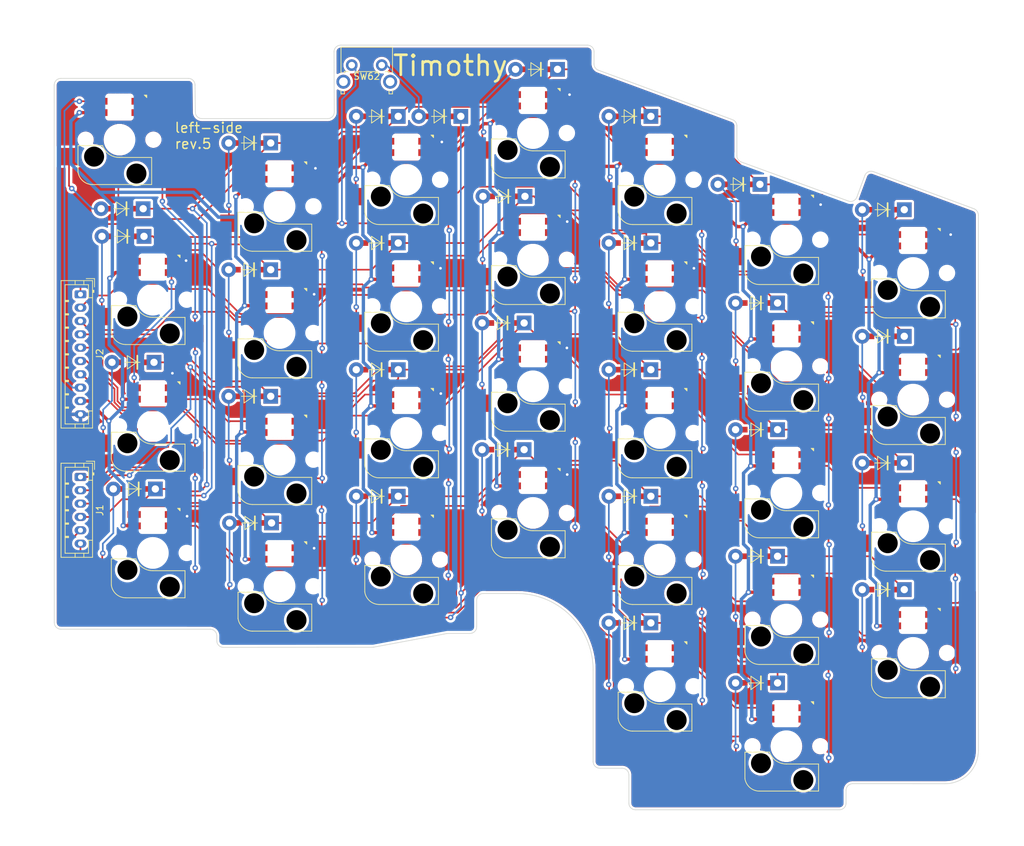
<source format=kicad_pcb>
(kicad_pcb (version 20211014) (generator pcbnew)
  (layers (0 "F.Cu" signal) (31 "B.Cu" signal) (34 "B.Paste" user) (35 "F.Paste" user) (36 "B.SilkS" user "B.Silkscreen") (37 "F.SilkS" user "F.Silkscreen") (38 "B.Mask" user) (39 "F.Mask" user) (44 "Edge.Cuts" user))
  (net 0 "")
  (net 1 "GND")
  (net 2 "Net-(D1-Pad2)")
  (net 3 "Net-(D2-Pad2)")
  (net 4 "Net-(D3-Pad2)")
  (net 5 "Net-(D4-Pad2)")
  (net 6 "/C7")
  (net 7 "Net-(D5-Pad2)")
  (net 8 "Net-(D6-Pad2)")
  (net 9 "Net-(D7-Pad2)")
  (net 10 "Net-(D8-Pad2)")
  (net 11 "Net-(D9-Pad2)")
  (net 12 "Net-(D10-Pad2)")
  (net 13 "Net-(D11-Pad2)")
  (net 14 "Net-(D13-Pad2)")
  (net 15 "Net-(D14-Pad2)")
  (net 16 "Net-(D15-Pad2)")
  (net 17 "Net-(D16-Pad2)")
  (net 18 "Net-(D17-Pad2)")
  (net 19 "Net-(D21-Pad2)")
  (net 20 "/VCC")
  (net 21 "/BACKLIGHT_OUT")
  (net 22 "Net-(D24-Pad2)")
  (net 23 "Net-(D25-Pad2)")
  (net 24 "/C6")
  (net 25 "Net-(D28-Pad2)")
  (net 26 "Net-(D29-Pad2)")
  (net 27 "Net-(D30-Pad2)")
  (net 28 "Net-(D31-Pad2)")
  (net 29 "Net-(D32-Pad2)")
  (net 30 "/C2")
  (net 31 "Net-(D20-Pad2)")
  (net 32 "/C5")
  (net 33 "/C4")
  (net 34 "Net-(SW1-Pad6)")
  (net 35 "/C3")
  (net 36 "Net-(SW10-Pad4)")
  (net 37 "Net-(SW11-Pad4)")
  (net 38 "Net-(SW12-Pad4)")
  (net 39 "Net-(SW13-Pad4)")
  (net 40 "Net-(SW10-Pad6)")
  (net 41 "Net-(SW11-Pad6)")
  (net 42 "Net-(SW12-Pad6)")
  (net 43 "Net-(SW13-Pad6)")
  (net 44 "Net-(SW14-Pad6)")
  (net 45 "Net-(SW18-Pad6)")
  (net 46 "Net-(SW23-Pad6)")
  (net 47 "Net-(SW28-Pad6)")
  (net 48 "/BACKLIGHT_IN")
  (net 49 "Net-(D12-Pad2)")
  (net 50 "Net-(D18-Pad2)")
  (net 51 "Net-(D19-Pad2)")
  (net 52 "Net-(D26-Pad2)")
  (net 53 "Net-(D27-Pad2)")
  (net 54 "Net-(SW2-Pad4)")
  (net 55 "Net-(SW3-Pad4)")
  (net 56 "Net-(SW4-Pad4)")
  (net 57 "/C1")
  (net 58 "/R3")
  (net 59 "/R5")
  (net 60 "/R2")
  (net 61 "Net-(SW2-Pad6)")
  (net 62 "Net-(SW5-Pad6)")
  (net 63 "Net-(SW15-Pad4)")
  (net 64 "Net-(SW16-Pad4)")
  (net 65 "/R4")
  (net 66 "Net-(SW17-Pad6)")
  (net 67 "Net-(SW19-Pad6)")
  (net 68 "Net-(SW20-Pad4)")
  (net 69 "Net-(SW21-Pad4)")
  (net 70 "/R1")
  (net 71 "Net-(SW22-Pad6)")
  (net 72 "Net-(SW25-Pad4)")
  (net 73 "Net-(SW26-Pad4)")
  (net 74 "Net-(SW19-Pad4)")
  (net 75 "Net-(SW27-Pad6)")
  (net 76 "Net-(D84-Pad2)")
  (footprint "keyboard:MX_Socket_LED" (layer "F.Cu") (at 259.267 61.359)
    (fp_text reference "SW7" hide)
    (fp_text value "Key_Switch_with_LED" hide)
  )
  (footprint "keyboard:MX_Socket_LED" (layer "F.Cu") (at 240.267 75.359)
    (fp_text reference "SW2" hide)
    (fp_text value "Key_Switch_with_LED" hide)
  )
  (footprint "keyboard:MX_Socket_LED" (layer "F.Cu") (at 335.267 66.359)
    (fp_text reference "SW25" hide)
    (fp_text value "Key_Switch_with_LED" hide)
  )
  (footprint "keyboard:Diode" (layer "F.Cu") (at 248.442 56.359 180)
    (fp_text reference "D1" hide)
    (fp_text value "D")
  )
  (footprint "Connector_JST:JST_PH_B6B-PH-K_1x06_P2.00mm_Vertical" (layer "F.Cu") (at 238.917 92.459 -90)
    (fp_text reference "J1")
    (fp_text value "Conn_01x06")
  )
  (footprint "keyboard:MX_Socket_LED" (layer "F.Cu") (at 316.267 38.359)
    (fp_text reference "SW17" hide)
    (fp_text value "Key_Switch_with_LED" hide)
  )
  (footprint "keyboard:Diode" (layer "F.Cu") (at 362.442 109.359 180)
    (fp_text reference "D30" hide)
    (fp_text value "D")
  )
  (footprint "keyboard:Diode" (layer "F.Cu") (at 286.567 57.359 180)
    (fp_text reference "D9" hide)
    (fp_text value "D")
  )
  (footprint "Button_Switch_THT:SW_Tactile_SPST_Angled_PTS645Vx83-2LFS" (layer "F.Cu") (at 279.592 30.6715)
    (fp_text reference "SW62")
    (fp_text value "SW_Push")
  )
  (footprint "keyboard:Diode" (layer "F.Cu") (at 249.942 75.259 180)
    (fp_text reference "D4" hide)
    (fp_text value "D")
  )
  (footprint "keyboard:Diode" (layer "F.Cu") (at 248.317 52.209 180)
    (fp_text reference "D3" hide)
    (fp_text value "D")
  )
  (footprint "keyboard:Diode" (layer "F.Cu") (at 324.442 76.359 180)
    (fp_text reference "D20" hide)
    (fp_text value "D")
  )
  (footprint "keyboard:MX_Socket_LED" (layer "F.Cu") (at 259.267 99.359)
    (fp_text reference "SW8" hide)
    (fp_text value "Key_Switch_with_LED" hide)
  )
  (footprint "keyboard:Diode" (layer "F.Cu") (at 286.567 95.359 180)
    (fp_text reference "D10" hide)
    (fp_text value "D")
  )
  (footprint "keyboard:MX_Socket_LED" (layer "F.Cu") (at 278.267 76.359)
    (fp_text reference "SW10" hide)
    (fp_text value "Key_Switch_with_LED" hide)
  )
  (footprint "keyboard:Diode" (layer "F.Cu") (at 310.45 31.3 180)
    (fp_text reference "D15" hide)
    (fp_text value "D")
  )
  (footprint "keyboard:MX_Socket_LED" (layer "F.Cu") (at 297.267 50.359)
    (fp_text reference "SW15" hide)
    (fp_text value "Key_Switch_with_LED" hide)
  )
  (footprint "keyboard:Diode" (layer "F.Cu") (at 295.942 38.359 180)
    (fp_text reference "D84" hide)
    (fp_text value "D")
  )
  (footprint "keyboard:MX_Socket_LED" (layer "F.Cu") (at 259.267 80.359)
    (fp_text reference "SW6" hide)
    (fp_text value "Key_Switch_with_LED" hide)
  )
  (footprint "keyboard:Diode" (layer "F.Cu") (at 343.442 123.359 180)
    (fp_text reference "D28" hide)
    (fp_text value "D")
  )
  (footprint "keyboard:Diode" (layer "F.Cu") (at 324.442 57.359 180)
    (fp_text reference "D17" hide)
    (fp_text value "D")
  )
  (footprint "keyboard:Diode" (layer "F.Cu") (at 267.442 61.359 180)
    (fp_text reference "D5" hide)
    (fp_text value "D")
  )
  (footprint "keyboard:Diode" (layer "F.Cu") (at 286.567 76.359 180)
    (fp_text reference "D12" hide)
    (fp_text value "D")
  )
  (footprint "keyboard:Diode" (layer "F.Cu") (at 250.142 94.259 180)
    (fp_text reference "D2" hide)
    (fp_text value "D")
  )
  (footprint "keyboard:Diode" (layer "F.Cu") (at 286.567 38.359 180)
    (fp_text reference "D11" hide)
    (fp_text value "D")
  )
  (footprint "keyboard:Diode" (layer "F.Cu") (at 340.792 48.559 180)
    (fp_text reference "D26" hide)
    (fp_text value "D")
  )
  (footprint "keyboard:Diode" (layer "F.Cu") (at 343.442 66.359 180)
    (fp_text reference "D24" hide)
    (fp_text value "D")
  )
  (footprint "keyboard:Diode" (layer "F.Cu") (at 324.442 38.359 180)
    (fp_text reference "D19" hide)
    (fp_text value "D")
  )
  (footprint "keyboard:MX_Socket_LED" (layer "F.Cu") (at 335.267 123.359)
    (fp_text reference "SW24" hide)
    (fp_text value "Key_Switch_with_LED" hide)
  )
  (footprint "keyboard:Diode" (layer "F.Cu") (at 324.442 95.359 180)
    (fp_text reference "D18" hide)
    (fp_text value "D")
  )
  (footprint "keyboard:MX_Socket_LED" (layer "F.Cu") (at 316.267 114.359)
    (fp_text reference "SW19" hide)
    (fp_text value "Key_Switch_with_LED" hide)
  )
  (footprint "keyboard:MX_Socket_LED" (layer "F.Cu") (at 235.267 32.359)
    (fp_text reference "SW1" hide)
    (fp_text value "Key_Switch_with_LED" hide)
  )
  (footprint "keyboard:MX_Socket_LED" (layer "F.Cu") (at 354.267 52.359)
    (fp_text reference "SW27" hide)
    (fp_text value "Key_Switch_with_LED" hide)
  )
  (footprint "keyboard:MX_Socket_LED" (layer "F.Cu") (at 335.267 104.359)
    (fp_text reference "SW26" hide)
    (fp_text value "Key_Switch_with_LED" hide)
  )
  (footprint "keyboard:MX_Socket_LED" (layer "F.Cu") (at 316.267 95.359)
    (fp_text reference "SW21" hide)
    (fp_text value "Key_Switch_with_LED" hide)
  )
  (footprint "keyboard:MX_Socket_LED" (layer "F.Cu") (at 297.267 69.359)
    (fp_text reference "SW14" hide)
    (fp_text value "Key_Switch_with_LED" hide)
  )
  (footprint "keyboard:MX_Socket_LED" (layer "F.Cu") (at 354.267 90.359)
    (fp_text reference "SW28" hide)
    (fp_text value "Key_Switch_with_LED" hide)
  )
  (footprint "keyboard:Diode" (layer "F.Cu") (at 324.442 114.359 180)
    (fp_text reference "D21" hide)
    (fp_text value "D")
  )
  (footprint "keyboard:MX_Socket_LED" (layer "F.Cu") (at 278.267 95.359)
    (fp_text reference "SW12" hide)
    (fp_text value "Key_Switch_with_LED" hide)
  )
  (footprint "keyboard:Diode" (layer "F.Cu") (at 267.442 80.359 180)
    (fp_text reference "D8" hide)
    (fp_text value "D")
  )
  (footprint "keyboard:MX_Socket_LED" (layer "F.Cu") (at 316.267 57.359)
    (fp_text reference "SW20" hide)
    (fp_text value "Key_Switch_with_LED" hide)
  )
  (footprint "keyboard:MX_Socket_LED" (layer "F.Cu") (at 259.267 42.359)
    (fp_text reference "SW5" hide)
    (fp_text value "Key_Switch_with_LED" hide)
  )
  (footprint "keyboard:Diode" (layer "F.Cu") (at 267.567 99.359 180)
    (fp_text reference "D6" hide)
    (fp_text value "D")
  )
  (footprint "keyboard:Diode" (layer "F.Cu") (at 362.442 71.359 180)
    (fp_text reference "D29" hide)
    (fp_text value "D")
  )
  (footprint "keyboard:Diode" (layer "F.Cu") (at 305.567 50.359 180)
    (fp_text reference "D13" hide)
    (fp_text value "D")
  )
  (footprint "keyboard:MX_Socket_LED" (layer "F.Cu") (at 297.267 31.359)
    (fp_text reference "SW13" hide)
    (fp_text value "Key_Switch_with_LED" hide)
  )
  (footprint "keyboard:Diode" (layer "F.Cu") (at 343.442 85.359 180)
    (fp_text reference "D27" hide)
    (fp_text value "D")
  )
  (footprint "keyboard:MX_Socket_LED" (layer "F.Cu") (at 278.267 57.359)
    (fp_text reference "SW11" hide)
    (fp_text value "Key_Switch_with_LED" hide)
  )
  (footprint "Connector_JST:JST_PH_B10B-PH-K_1x10_P2.00mm_Vertical" (layer "F.Cu") (at 238.917 65.059 -90)
    (fp_text reference "J2")
    (fp_text value "Conn_01x10")
  )
  (footprint "keyboard:Diode" (layer "F.Cu") (at 267.442 42.359 180)
    (fp_text reference "D7" hide)
    (fp_text value "D")
  )
  (footprint "keyboard:Diode" (layer "F.Cu") (at 362.442 52.359 180)
    (fp_text reference "D31" hide)
    (fp_text value "D")
  )
  (footprint "keyboard:MX_Socket_LED" (layer "F.Cu") (at 278.267 38.359)
    (fp_text reference "SW9" hide)
    (fp_text value "Key_Switch_with_LED" hide)
  )
  (footprint "keyboard:MX_Socket_LED" (layer "F.Cu") (at 316.267 76.359)
    (fp_text reference "SW18" hide)
    (fp_text value "Key_Switch_with_LED" hide)
  )
  (footprint "keyboard:MX_Socket_LED" (layer "F.Cu") (at 335.267 85.359)
    (fp_text reference "SW23" hide)
    (fp_text value "Key_Switch_with_LED" hide)
  )
  (footprint "keyboard:MX_Socket_LED" (layer "F.Cu") (at 240.267 56.359)
    (fp_text reference "SW3" hide)
    (fp_text value "Key_Switch_with_LED" hide)
  )
  (footprint "keyboard:Diode" (layer "F.Cu") (at 305.442 69.359 180)
    (fp_text reference "D16" hide)
    (fp_text value "D")
  )
  (footprint "keyboard:MX_Socket_LED" (layer "F.Cu") (at 297.267 88.359)
    (fp_text reference "SW16" hide)
    (fp_text value "Key_Switch_with_LED" hide)
  )
  (footprint "keyboard:Diode" (layer "F.Cu") (at 362.442 90.359 180)
    (fp_text reference "D32" hide)
    (fp_text value "D")
  )
  (footprint "keyboard:MX_Socket_LED" (layer "F.Cu") (at 354.267 109.359)
    (fp_text reference "SW30" hide)
    (fp_text value "Key_Switch_with_LED" hide)
  )
  (footprint "keyboard:Diode" (layer "F.Cu") (at 305.442 88.359 180)
    (fp_text reference "D14" hide)
    (fp_text value "D")
  )
  (footprint "keyboard:MX_Socket_LED" (layer "F.Cu") (at 335.267 47.359)
    (fp_text reference "SW22" hide)
    (fp_text value "Key_Switch_with_LED" hide)
  )
  (footprint "keyboard:Diode" (layer "F.Cu") (at 343.442 104.359 180)
    (fp_text reference "D25" hide)
    (fp_text value "D")
  )
  (footprint "keyboard:MX_Socket_LED" (layer "F.Cu") (at 240.267 94.359)
    (fp_text reference "SW4" hide)
    (fp_text value "Key_Switch_with_LED" hide)
  )
  (footprint "keyboard:MX_Socket_LED" (layer "F.Cu") (at 354.267 71.359)
    (fp_text reference "SW29" hide)
    (fp_text value "Key_Switch_with_LED" hide)
  )
  (gr_arc (start 356.520135 47.246273) (mid 357.038471 46.680621) (end 357.805135 46.651272) (layer "Edge.Cuts") (width 0.1))
  (gr_line (start 276.935035 28.676272) (end 276.972599 37.699272) (layer "Edge.Cuts") (width 0.1))
  (gr_line (start 294.034484 115.934447) (end 297.331484 115.934686) (layer "Edge.Cuts") (width 0.1))
  (gr_arc (start 276.935059 28.676127) (mid 277.22725 27.966093) (end 277.937435 27.674272) (layer "Edge.Cuts") (width 0.1))
  (gr_arc (start 255.103866 32.661729) (mid 255.804412 32.953902) (end 256.096587 33.654447) (layer "Edge.Cuts") (width 0.1))
  (gr_arc (start 372.898135 52.222273) (mid 373.368859 52.588885) (end 373.547135 53.158273) (layer "Edge.Cuts") (width 0.1))
  (gr_arc (start 316.806587 136.164447) (mid 316.08948 135.875696) (end 315.786587 135.164447) (layer "Edge.Cuts") (width 0.1))
  (gr_arc (start 355.332135 50.465273) (mid 354.815564 51.029638) (end 354.051135 51.061273) (layer "Edge.Cuts") (width 0.1))
  (gr_arc (start 322.137282 142.395248) (mid 321.436566 142.103079) (end 321.144135 141.402472) (layer "Edge.Cuts") (width 0.1))
  (gr_line (start 275.975 38.702272) (end 257.134151 38.699447) (layer "Edge.Cuts") (width 0.1))
  (gr_line (start 356.520135 47.246273) (end 355.332135 50.465273) (layer "Edge.Cuts") (width 0.1))
  (gr_line (start 315.786587 121.414447) (end 315.786587 135.164447) (layer "Edge.Cuts") (width 0.1))
  (gr_arc (start 337.993136 45.202273) (mid 337.522044 44.837359) (end 337.342135 44.269272) (layer "Edge.Cuts") (width 0.1))
  (gr_arc (start 276.972599 37.699272) (mid 276.682184 38.408027) (end 275.975 38.702272) (layer "Edge.Cuts") (width 0.1))
  (gr_arc (start 235.984151 115.302011) (mid 235.278767 115.009831) (end 234.986587 114.304447) (layer "Edge.Cuts") (width 0.1))
  (gr_arc (start 257.134151 38.699447) (mid 256.429786 38.409672) (end 256.136576 37.706713) (layer "Edge.Cuts") (width 0.1))
  (gr_line (start 235.984151 115.302011) (end 258.35901 115.304447) (layer "Edge.Cuts") (width 0.1))
  (gr_line (start 259.356587 117.031713) (end 259.356587 116.297177) (layer "Edge.Cuts") (width 0.1))
  (gr_line (start 354.710135 138.482273) (end 368.566587 138.484447) (layer "Edge.Cuts") (width 0.1))
  (gr_line (start 315.931136 28.671272) (end 315.922136 30.496272) (layer "Edge.Cuts") (width 0.1))
  (gr_arc (start 298.329036 114.932264) (mid 298.037868 115.640075) (end 297.331484 115.934686) (layer "Edge.Cuts") (width 0.1))
  (gr_line (start 316.806587 136.164447) (end 320.146135 136.163872) (layer "Edge.Cuts") (width 0.1))
  (gr_arc (start 316.570135 31.432272) (mid 316.100106 31.065369) (end 315.922136 30.496272) (layer "Edge.Cuts") (width 0.1))
  (gr_line (start 298.329036 114.932264) (end 298.329035 110.946865) (layer "Edge.Cuts") (width 0.1))
  (gr_line (start 256.096587 33.654447) (end 256.136576 37.706713) (layer "Edge.Cuts") (width 0.1))
  (gr_arc (start 304.314588 109.942447) (mid 312.426516 113.302518) (end 315.786587 121.414447) (layer "Edge.Cuts") (width 0.1))
  (gr_arc (start 373.554406 133.486628) (mid 372.094113 137.017086) (end 368.566587 138.484447) (layer "Edge.Cuts") (width 0.1))
  (gr_line (start 372.898135 52.222273) (end 357.805135 46.651272) (layer "Edge.Cuts") (width 0.1))
  (gr_arc (start 282.879423 117.995703) (mid 282.790652 118.007738) (end 282.70116 118.01176) (layer "Edge.Cuts") (width 0.1))
  (gr_arc (start 320.146135 136.163884) (mid 320.849963 136.454304) (end 321.144136 137.156572) (layer "Edge.Cuts") (width 0.1))
  (gr_line (start 260.354164 118.024447) (end 282.70116 118.01176) (layer "Edge.Cuts") (width 0.1))
  (gr_arc (start 298.329035 110.946865) (mid 298.620205 110.239058) (end 299.326587 109.944447) (layer "Edge.Cuts") (width 0.1))
  (gr_line (start 337.342136 39.790273) (end 337.342135 44.269272) (layer "Edge.Cuts") (width 0.1))
  (gr_line (start 293.856223 115.950503) (end 282.879423 117.995703) (layer "Edge.Cuts") (width 0.1))
  (gr_line (start 373.554406 133.486628) (end 373.547135 53.158273) (layer "Edge.Cuts") (width 0.1))
  (gr_arc (start 293.856223 115.950503) (mid 293.944993 115.938469) (end 294.034484 115.934447) (layer "Edge.Cuts") (width 0.1))
  (gr_line (start 322.137136 142.395273) (end 352.710136 142.395273) (layer "Edge.Cuts") (width 0.1))
  (gr_line (start 234.986587 114.304447) (end 234.977735 33.659273) (layer "Edge.Cuts") (width 0.1))
  (gr_arc (start 353.713136 141.392772) (mid 353.420704 142.103084) (end 352.710282 142.395249) (layer "Edge.Cuts") (width 0.1))
  (gr_arc (start 314.938135 27.674273) (mid 315.640415 27.967818) (end 315.931136 28.671272) (layer "Edge.Cuts") (width 0.1))
  (gr_arc (start 336.693136 38.859272) (mid 337.162437 39.223832) (end 337.342136 39.790273) (layer "Edge.Cuts") (width 0.1))
  (gr_arc (start 234.977735 33.659273) (mid 235.271684 32.9524) (end 235.980135 32.662272) (layer "Edge.Cuts") (width 0.1))
  (gr_line (start 354.051135 51.061273) (end 337.993136 45.202273) (layer "Edge.Cuts") (width 0.1))
  (gr_line (start 321.144136 137.156572) (end 321.144135 141.402472) (layer "Edge.Cuts") (width 0.1))
  (gr_arc (start 353.713135 139.484773) (mid 354.003214 138.776245) (end 354.710135 138.482273) (layer "Edge.Cuts") (width 0.1))
  (gr_line (start 336.693136 38.859272) (end 316.570135 31.432272) (layer "Edge.Cuts") (width 0.1))
  (gr_line (start 299.326587 109.944447) (end 304.314588 109.942447) (layer "Edge.Cuts") (width 0.1))
  (gr_line (start 235.980135 32.662272) (end 255.103866 32.661729) (layer "Edge.Cuts") (width 0.1))
  (gr_arc (start 260.354164 118.024447) (mid 259.649773 117.734685) (end 259.356587 117.031713) (layer "Edge.Cuts") (width 0.1))
  (gr_line (start 314.938135 27.674273) (end 277.937435 27.674272) (layer "Edge.Cuts") (width 0.1))
  (gr_arc (start 258.35901 115.304447) (mid 259.063399 115.594207) (end 259.356587 116.297177) (layer "Edge.Cuts") (width 0.1))
  (gr_line (start 353.713136 141.392772) (end 353.713135 139.484773) (layer "Edge.Cuts") (width 0.1))
  (gr_text "Timothy" (at 294.375 30.75) (layer "F.SilkS") (effects (font (size 3 3) (thickness 0.4))))
  (gr_text "left-side\nrev.5" (at 252.925 41.275) (layer "F.SilkS") (effects (font (size 1.5 1.5) (thickness 0.2)) (justify left)))
  (via (at 254.9 98.35) (size 0.8) (drill 0.4) (layers "F.Cu" "B.Cu") (net 1))
  (via (at 292.95 79.95) (size 0.8) (drill 0.4) (layers "F.Cu" "B.Cu") (net 1))
  (via (at 254.75 60) (size 0.8) (drill 0.4) (layers "F.Cu" "B.Cu") (net 1))
  (via (at 312.25 35.1) (size 0.8) (drill 0.4) (layers "F.Cu" "B.Cu") (net 1))
  (via (at 273.95 103.15) (size 0.8) (drill 0.4) (layers "F.Cu" "B.Cu") (net 1))
  (via (at 252.7 76.9) (size 0.8) (drill 0.4) (layers "F.Cu" "B.Cu") (net 1))
  (via (at 292.9 61.15) (size 0.8) (drill 0.4) (layers "F.Cu" "B.Cu") (net 1))
  (via (at 293.1 42.2) (size 0.8) (drill 0.4) (layers "F.Cu" "B.Cu") (net 1))
  (via (at 274.15 46.15) (size 0.8) (drill 0.4) (layers "F.Cu" "B.Cu") (net 1))
  (via (at 311.9 54.15) (size 0.8) (drill 0.4) (layers "F.Cu" "B.Cu") (net 1))
  (via (at 311.85 73.1) (size 0.8) (drill 0.4) (layers "F.Cu" "B.Cu") (net 1))
  (via (at 311.9 92.1) (size 0.8) (drill 0.4) (layers "F.Cu" "B.Cu") (net 1))
  (via (at 369.4 56.1) (size 0.8) (drill 0.4) (layers "F.Cu" "B.Cu") (net 1))
  (via (at 330.9 61.15) (size 0.8) (drill 0.4) (layers "F.Cu" "B.Cu") (net 1))
  (via (at 349.9 51.6) (size 0.8) (drill 0.4) (layers "F.Cu" "B.Cu") (net 1))
  (via (at 273.95 65.05) (size 0.8) (drill 0.4) (layers "F.Cu" "B.Cu") (net 1))
  (segment (start 242.117 68.334) (end 242.182 68.399) (width 0.25) (layer "F.Cu") (net 2))
  (segment (start 242.117 65.959) (end 242.117 68.334) (width 0.25) (layer "F.Cu") (net 2))
  (via (at 242.117 65.959) (size 0.8) (drill 0.4) (layers "F.Cu" "B.Cu") (net 2))
  (segment (start 242.142 56.359) (end 242.142 65.934) (width 0.25) (layer "B.Cu") (net 2))
  (segment (start 242.142 65.934) (end 242.117 65.959) (width 0.25) (layer "B.Cu") (net 2))
  (segment (start 242.267 103.909) (end 242.182 103.994) (width 0.25) (layer "F.Cu") (net 3))
  (segment (start 242.182 103.994) (end 242.182 106.399) (width 0.25) (layer "F.Cu") (net 3))
  (via (at 242.267 103.909) (size 0.8) (drill 0.4) (layers "F.Cu" "B.Cu") (net 3))
  (segment (start 243.842 100.884) (end 242.267 102.459) (width 0.25) (layer "B.Cu") (net 3))
  (segment (start 242.267 102.459) (end 242.267 103.909) (width 0.25) (layer "B.Cu") (net 3))
  (segment (start 243.842 94.259) (end 243.842 100.884) (width 0.25) (layer "B.Cu") (net 3))
  (segment (start 237.2 44.417) (end 237.182 44.399) (width 0.25) (layer "F.Cu") (net 4))
  (segment (start 237.2 48.77) (end 237.2 44.417) (width 0.25) (layer "F.Cu") (net 4))
  (segment (start 237.61 49.18) (end 237.2 48.77) (width 0.25) (layer "F.Cu") (net 4))
  (via (at 237.61 49.18) (size 0.8) (drill 0.4) (layers "F.Cu" "B.Cu") (net 4))
  (segment (start 237.61 49.18) (end 237.638 49.18) (width 0.25) (layer "B.Cu") (net 4))
  (segment (start 237.638 49.18) (end 240.667 52.209) (width 0.25) (layer "B.Cu") (net 4))
  (segment (start 240.667 52.209) (end 242.017 52.209) (width 0.25) (layer "B.Cu") (net 4))
  (segment (start 242.317 87.264) (end 242.182 87.399) (width 0.25) (layer "F.Cu") (net 5))
  (segment (start 242.317 85.059) (end 242.317 87.264) (width 0.25) (layer "F.Cu") (net 5))
  (via (at 242.317 85.059) (size 0.8) (drill 0.4) (layers "F.Cu" "B.Cu") (net 5))
  (segment (start 243.642 75.259) (end 243.642 81.034) (width 0.25) (layer "B.Cu") (net 5))
  (segment (start 243.642 81.034) (end 242.317 82.359) (width 0.25) (layer "B.Cu") (net 5))
  (segment (start 242.317 82.359) (end 242.317 85.059) (width 0.25) (layer "B.Cu") (net 5))
  (segment (start 256.067 87.309) (end 256.217 87.159) (width 0.25) (layer "F.Cu") (net 6))
  (segment (start 251.2 47.057) (end 251.082 46.939) (width 0.25) (layer "F.Cu") (net 6))
  (segment (start 256.217 87.159) (end 256.082 87.294) (width 0.25) (layer "F.Cu") (net 6))
  (segment (start 256.082 89.939) (end 256.082 92.624) (width 0.25) (layer "F.Cu") (net 6))
  (segment (start 256.082 68.444) (end 256.082 70.939) (width 0.25) (layer "F.Cu") (net 6))
  (segment (start 256.117 106.109) (end 256.082 106.144) (width 0.25) (layer "F.Cu") (net 6))
  (segment (start 247.391999 85.282096) (end 247.391999 85.983999) (width 0.25) (layer "F.Cu") (net 6))
  (segment (start 238.917 77.059) (end 239.168903 77.059) (width 0.25) (layer "F.Cu") (net 6))
  (segment (start 247.391999 85.983999) (end 248.717 87.309) (width 0.25) (layer "F.Cu") (net 6))
  (segment (start 256.082 70.939) (end 256.082 73.724) (width 0.25) (layer "F.Cu") (net 6))
  (segment (start 248.717 87.309) (end 256.067 87.309) (width 0.25) (layer "F.Cu") (net 6))
  (segment (start 256.117 68.409) (end 256.082 68.444) (width 0.25) (layer "F.Cu") (net 6))
  (segment (start 256.082 73.724) (end 256.167 73.809) (width 0.25) (layer "F.Cu") (net 6))
  (segment (start 256.082 106.144) (end 256.082 108.939) (width 0.25) (layer "F.Cu") (net 6))
  (segment (start 251.2 51.1) (end 251.2 47.057) (width 0.25) (layer "F.Cu") (net 6))
  (segment (start 239.168903 77.059) (end 247.391999 85.282096) (width 0.25) (layer "F.Cu") (net 6))
  (segment (start 256.082 92.624) (end 256.117 92.659) (width 0.25) (layer "F.Cu") (net 6))
  (segment (start 256.082 87.294) (end 256.082 89.939) (width 0.25) (layer "F.Cu") (net 6))
  (via (at 256.117 92.659) (size 0.8) (drill 0.4) (layers "F.Cu" "B.Cu") (net 6))
  (via (at 251.2 51.1) (size 0.8) (drill 0.4) (layers "F.Cu" "B.Cu") (net 6))
  (via (at 256.117 68.409) (size 0.8) (drill 0.4) (layers "F.Cu" "B.Cu") (net 6))
  (via (at 256.217 87.159) (size 0.8) (drill 0.4) (layers "F.Cu" "B.Cu") (net 6))
  (via (at 256.167 73.809) (size 0.8) (drill 0.4) (layers "F.Cu" "B.Cu") (net 6))
  (via (at 256.117 106.109) (size 0.8) (drill 0.4) (layers "F.Cu" "B.Cu") (net 6))
  (segment (start 256.117 56.517) (end 256.117 68.409) (width 0.25) (layer "B.Cu") (net 6))
  (segment (start 256.117 92.659) (end 256.117 106.109) (width 0.25) (layer "B.Cu") (net 6))
  (segment (start 251.2 51.6) (end 256.117 56.517) (width 0.25) (layer "B.Cu") (net 6))
  (segment (start 256.167 73.809) (end 256.167 87.109) (width 0.25) (layer "B.Cu") (net 6))
  (segment (start 256.167 87.109) (end 256.217 87.159) (width 0.25) (layer "B.Cu") (net 6))
  (segment (start 251.2 51.1) (end 251.2 51.6) (width 0.25) (layer "B.Cu") (net 6))
  (segment (start 261.182 70.774) (end 261.182 73.399) (width 0.25) (layer "F.Cu") (net 7))
  (segment (start 261.167 70.759) (end 261.182 70.774) (width 0.25) (layer "F.Cu") (net 7))
  (via (at 261.167 70.759) (size 0.8) (drill 0.4) (layers "F.Cu" "B.Cu") (net 7))
  (segment (start 261.142 61.359) (end 261.142 70.734) (width 0.25) (layer "B.Cu") (net 7))
  (segment (start 261.142 70.734) (end 261.167 70.759) (width 0.25) (layer "B.Cu") (net 7))
  (segment (start 261.182 108.744) (end 261.182 111.399) (width 0.25) (layer "F.Cu") (net 8))
  (segment (start 261.317 108.609) (end 261.182 108.744) (width 0.25) (layer "F.Cu") (net 8))
  (via (at 261.317 108.609) (size 0.8) (drill 0.4) (layers "F.Cu" "B.Cu") (net 8))
  (segment (start 261.267 99.359) (end 261.267 108.559) (width 0.25) (layer "B.Cu") (net 8))
  (segment (start 261.267 108.559) (end 261.317 108.609) (width 0.25) (layer "B.Cu") (net 8))
  (segment (start 261.167 51.709) (end 261.182 51.724) (width 0.25) (layer "F.Cu") (net 9))
  (segment (start 261.182 51.724) (end 261.182 54.399) (width 0.25) (layer "F.Cu") (net 9))
  (via (at 261.167 51.709) (size 0.8) (drill 0.4) (layers "F.Cu" "B.Cu") (net 9))
  (segment (start 261.142 42.359) (end 261.142 51.684) (width 0.25) (layer "B.Cu") (net 9))
  (segment (start 261.142 51.684) (end 261.167 51.709) (width 0.25) (layer "B.Cu") (net 9))
  (segment (start 261.267 92.314) (end 261.182 92.399) (width 0.25) (layer "F.Cu") (net 10))
  (segment (start 261.267 89.959) (end 261.267 92.314) (width 0.25) (layer "F.Cu") (net 10))
  (via (at 261.267 89.959) (size 0.8) (drill 0.4) (layers "F.Cu" "B.Cu") (net 10))
  (segment (start 261.142 80.359) (end 261.142 89.834) (width 0.25) (layer "B.Cu") (net 10))
  (segment (start 261.142 89.834) (end 261.267 89.959) (width 0.25) (layer "B.Cu") (net 10))
  (segment (start 280.267 69.314) (end 280.182 69.399) (width 0.25) (layer "F.Cu") (net 11))
  (segment (start 280.267 66.959) (end 280.267 69.314) (width 0.25) (layer "F.Cu") (net 11))
  (via (at 280.267 66.959) (size 0.8) (drill 0.4) (layers "F.Cu" "B.Cu") (net 11))
  (segment (start 280.267 57.359) (end 280.267 66.959) (width 0.25) (layer "B.Cu") (net 11))
  (segment (start 280.182 104.994) (end 280.182 107.399) (width 0.25) (layer "F.Cu") (net 12))
  (segment (start 280.267 104.909) (end 280.182 104.994) (width 0.25) (layer "F.Cu") (net 12))
  (via (at 280.267 104.909) (size 0.8) (drill 0.4) (layers "F.Cu" "B.Cu") (net 12))
  (segment (start 280.267 95.359) (end 280.267 104.909) (width 0.25) (layer "B.Cu") (net 12))
  (segment (start 280.267 47.759) (end 280.182 47.844) (width 0.25) (layer "F.Cu") (net 13))
  (segment (start 280.182 47.844) (end 280.182 50.399) (width 0.25) (layer "F.Cu") (net 13))
  (via (at 280.267 47.759) (size 0.8) (drill 0.4) (layers "F.Cu" "B.Cu") (net 13))
  (segment (start 280.267 38.359) (end 280.267 47.759) (width 0.25) (layer "B.Cu") (net 13))
  (segment (start 299.182 59.844) (end 299.182 62.399) (width 0.25) (layer "F.Cu") (net 14))
  (segment (start 299.217 59.809) (end 299.182 59.844) (width 0.25) (layer "F.Cu") (net 14))
  (via (at 299.217 59.809) (size 0.8) (drill 0.4) (layers "F.Cu" "B.Cu") (net 14))
  (segment (start 299.267 59.759) (end 299.217 59.809) (width 0.25) (layer "B.Cu") (net 14))
  (segment (start 299.267 50.359) (end 299.267 59.759) (width 0.25) (layer "B.Cu") (net 14))
  (segment (start 299.117 97.559) (end 299.182 97.624) (width 0.25) (layer "F.Cu") (net 15))
  (segment (start 299.182 97.624) (end 299.182 100.399) (width 0.25) (layer "F.Cu") (net 15))
  (via (at 299.117 97.559) (size 0.8) (drill 0.4) (layers "F.Cu" "B.Cu") (net 15))
  (segment (start 299.142 88.359) (end 299.142 97.534) (width 0.25) (layer "B.Cu") (net 15))
  (segment (start 299.142 97.534) (end 299.117 97.559) (width 0.25) (layer "B.Cu") (net 15))
  (segment (start 299.367 40.709) (end 299.182 40.894) (width 0.25) (layer "F.Cu") (net 16))
  (segment (start 299.182 40.894) (end 299.182 43.399) (width 0.25) (layer "F.Cu") (net 16))
  (via (at 299.367 40.709) (size 0.8) (drill 0.4) (layers "F.Cu" "B.Cu") (net 16))
  (segment (start 299.267 36.583) (end 299.267 40.609) (width 0.25) (layer "B.Cu") (net 16))
  (segment (start 299.267 36.183) (end 299.267 36.583) (width 0.25) (layer "B.Cu") (net 16))
  (segment (start 299.267 40.609) (end 299.367 40.709) (width 0.25) (layer "B.Cu") (net 16))
  (segment (start 304.15 31.3) (end 299.267 36.183) (width 0.25) (layer "B.Cu") (net 16))
  (segment (start 299.117 78.559) (end 299.182 78.624) (width 0.25) (layer "F.Cu") (net 17))
  (segment (start 299.182 78.624) (end 299.182 81.399) (width 0.25) (layer "F.Cu") (net 17))
  (via (at 299.117 78.559) (size 0.8) (drill 0.4) (layers "F.Cu" "B.Cu") (net 17))
  (segment (start 299.142 78.534) (end 299.117 78.559) (width 0.25) (layer "B.Cu") (net 17))
  (segment (start 299.142 69.359) (end 299.142 78.534) (width 0.25) (layer "B.Cu") (net 17))
  (segment (start 318.182 66.524) (end 318.182 69.399) (width 0.25) (layer "F.Cu") (net 18))
  (segment (start 318.117 66.459) (end 318.182 66.524) (width 0.25) (layer "F.Cu") (net 18))
  (via (at 318.117 66.459) (size 0.8) (drill 0.4) (layers "F.Cu" "B.Cu") (net 18))
  (segment (start 318.142 66.434) (end 318.117 66.459) (width 0.25) (layer "B.Cu") (net 18))
  (segment (start 318.142 57.359) (end 318.142 66.434) (width 0.25) (layer "B.Cu") (net 18))
  (segment (start 318.117 123.609) (end 318.182 123.674) (width 0.25) (layer "F.Cu") (net 19))
  (segment (start 318.182 123.674) (end 318.182 126.399) (width 0.25) (layer "F.Cu") (net 19))
  (via (at 318.117 123.609) (size 0.8) (drill 0.4) (layers "F.Cu" "B.Cu") (net 19))
  (segment (start 318.142 123.584) (end 318.117 123.609) (width 0.25) (layer "B.Cu") (net 19))
  (segment (start 318.142 114.359) (end 318.142 123.584) (width 0.25) (layer "B.Cu") (net 19))
  (segment (start 341.931 109.759) (end 341.967 109.795) (width 0.5) (layer "F.Cu") (net 20))
  (segment (start 303.953 93.809) (end 303.967 93.795) (width 0.5) (layer "F.Cu") (net 20))
  (segment (start 282.617 100.809) (end 284.953 100.809) (width 0.5) (layer "F.Cu") (net 20))
  (segment (start 284.953 62.809) (end 284.967 62.795) (width 0.5) (layer "F.Cu") (net 20))
  (segment (start 243.117 84.059) (end 240.117 81.059) (width 0.5) (layer "F.Cu") (net 20))
  (segment (start 337.367 54.909) (end 338.267 54.909) (width 0.5) (layer "F.Cu") (net 20))
  (segment (start 303.953 74.809) (end 303.967 74.795) (width 0.5) (layer "F.Cu") (net 20))
  (segment (start 284.967 43.795) (end 283.481 43.795) (width 0.5) (layer "F.Cu") (net 20))
  (segment (start 293.614918 45.259) (end 282.017 45.259) (width 0.5) (layer "F.Cu") (net 20))
  (segment (start 339.417 90.809) (end 341.953 90.809) (width 0.5) (layer "F.Cu") (net 20))
  (segment (start 301.667 55.809) (end 303.953 55.809) (width 0.5) (layer "F.Cu") (net 20))
  (segment (start 245.217 80.809) (end 246.953 80.809) (width 0.5) (layer "F.Cu") (net 20))
  (segment (start 332.067 49.609) (end 337.367 54.909) (width 0.5) (layer "F.Cu") (net 20))
  (segment (start 279.667 46.009) (end 276.367 49.309) (width 0.5) (layer "F.Cu") (net 20))
  (segment (start 360.953 95.809) (end 360.967 95.795) (width 0.5) (layer "F.Cu") (net 20))
  (segment (start 314.315378 40.707378) (end 311.966999 38.358999) (width 0.5) (layer "F.Cu") (net 20))
  (segment (start 284.953 81.809) (end 284.967 81.795) (width 0.5) (layer "F.Cu") (net 20))
  (segment (start 263.317 49.309) (end 262.217 50.409) (width 0.5) (layer "F.Cu") (net 20))
  (segment (start 328.366999 45.358999) (end 329.217 46.209) (width 0.5) (layer "F.Cu") (net 20))
  (segment (start 241.962 37.8) (end 241.967 37.795) (width 0.5) (layer "F.Cu") (net 20))
  (segment (start 322.931 81.759) (end 322.967 81.795) (width 0.5) (layer "F.Cu") (net 20))
  (segment (start 263.617 104.809) (end 265.953 104.809) (width 0.5) (layer "F.Cu") (net 20))
  (segment (start 311.966999 38.358999) (end 301.467001 38.358999) (width 0.5) (layer "F.Cu") (net 20))
  (segment (start 281.267 46.009) (end 279.667 46.009) (width 0.5) (layer "F.Cu") (net 20))
  (segment (start 303.967 36.795) (end 303.031 36.795) (width 0.5) (layer "F.Cu") (net 20))
  (segment (start 322.967 43.795) (end 321.431 43.795) (width 0.5) (layer "F.Cu") (net 20))
  (segment (start 244.181 61.795) (end 246.967 61.795) (width 0.5) (layer "F.Cu") (net 20))
  (segment (start 265.967 47.795) (end 264.831 47.795) (width 0.5) (layer "F.Cu") (net 20))
  (segment (start 300.367 39.459) (end 299.414918 39.459) (width 0.5) (layer "F.Cu") (net 20))
  (segment (start 322.953 100.809) (end 322.967 100.795) (width 0.5) (layer "F.Cu") (net 20))
  (segment (start 319.367 45.859) (end 319.867001 45.358999) (width 0.5) (layer "F.Cu") (net 20))
  (segment (start 263.517 66.759) (end 265.931 66.759) (width 0.5) (layer "F.Cu") (net 20))
  (segment (start 330.067 49.609) (end 332.067 49.609) (width 0.5) (layer "F.Cu") (net 20))
  (segment (start 282.467 81.809) (end 284.953 81.809) (width 0.5) (layer "F.Cu") (net 20))
  (segment (start 246.931 99.759) (end 246.967 99.795) (width 0.5) (layer "F.Cu") (net 20))
  (segment (start 338.817001 54.358999) (end 338.267 54.909) (width 0.5) (layer "F.Cu") (net 20))
  (segment (start 329.217 48.759) (end 330.067 49.609) (width 0.5) (layer "F.Cu") (net 20))
  (segment (start 358.317 114.809) (end 360.953 114.809) (width 0.5) (layer "F.Cu") (net 20))
  (segment (start 303.031 36.795) (end 300.367 39.459) (width 0.5) (layer "F.Cu") (net 20))
  (segment (start 282.517 62.809) (end 284.953 62.809) (width 0.5) (layer "F.Cu") (net 20))
  (segment (start 245.317 99.759) (end 246.931 99.759) (width 0.5) (layer "F.Cu") (net 20))
  (segment (start 319.867001 45.358999) (end 328.366999 45.358999) (width 0.5) (layer "F.Cu") (net 20))
  (segment (start 357.167 59.809) (end 351.716999 54.358999) (width 0.5) (layer "F.Cu") (net 20))
  (segment (start 265.953 104.809) (end 265.967 104.795) (width 0.5) (layer "F.Cu") (net 20))
  (segment (start 240.117 81.059) (end 238.917 81.059) (width 0.5) (layer "F.Cu") (net 20))
  (segment (start 358.217 95.809) (end 360.953 95.809) (width 0.5) (layer "F.Cu") (net 20))
  (segment (start 265.931 66.759) (end 265.967 66.795) (width 0.5) (layer "F.Cu") (net 20))
  (segment (start 339.467 71.759) (end 341.931 71.759) (width 0.5) (layer "F.Cu") (net 20))
  (segment (start 329.217 46.209) (end 329.217 48.759) (width 0.5) (layer "F.Cu") (net 20))
  (segment (start 358.667 76.809) (end 360.953 76.809) (width 0.5) (layer "F.Cu") (net 20))
  (segment (start 299.414918 39.459) (end 293.614918 45.259) (width 0.5) (layer "F.Cu") (net 20))
  (segment (start 341.931 71.759) (end 341.967 71.795) (width 0.5) (layer "F.Cu") (net 20))
  (segment (start 360.953 114.809) (end 360.967 114.795) (width 0.5) (layer "F.Cu") (net 20))
  (segment (start 264.831 47.795) (end 262.217 50.409) (width 0.5) (layer "F.Cu") (net 20))
  (segment (start 341.967 52.795) (end 340.381 52.795) (width 0.5) (layer "F.Cu") (net 20))
  (segment (start 359.181 57.795) (end 360.967 57.795) (width 0.5) (layer "F.Cu") (net 20))
  (segment (start 276.367 49.309) (end 263.317 49.309) (width 0.5) (layer "F.Cu") (net 20))
  (segment (start 320.467 100.809) (end 322.953 100.809) (width 0.5) (layer "F.Cu") (net 20))
  (segment (start 351.716999 54.358999) (end 338.817001 54.358999) (width 0.5) (layer "F.Cu") (net 20))
  (segment (start 301.617 74.809) (end 303.953 74.809) (width 0.5) (layer "F.Cu") (net 20))
  (segment (start 265.881 85.709) (end 265.967 85.795) (width 0.5) (layer "F.Cu") (net 20))
  (segment (start 320.117 81.759) (end 322.931 81.759) (width 0.5) (layer "F.Cu") (net 20))
  (segment (start 301.467001 38.358999) (end 300.367 39.459) (width 0.5) (layer "F.Cu") (net 20))
  (segment (start 360.953 76.809) (end 360.967 76.795) (width 0.5) (layer "F.Cu") (net 20))
  (segment (start 320.517 119.809) (end 322.953 119.809) (width 0.5) (layer "F.Cu") (net 20))
  (segment (start 314.315378 42.907378) (end 314.315378 40.707378) (width 0.5) (layer "F.Cu") (net 20))
  (segment (start 238.75 37.8) (end 241.962 37.8) (width 0.5) (layer "F.Cu") (net 20))
  (segment (start 357.167 59.809) (end 359.181 57.795) (width 0.5) (layer "F.Cu") (net 20))
  (segment (start 339.567 128.809) (end 341.953 128.809) (width 0.5) (layer "F.Cu") (net 20))
  (segment (start 243.317 62.659) (end 244.181 61.795) (width 0.5) (layer "F.Cu") (net 20))
  (segment (start 303.953 55.809) (end 303.967 55.795) (width 0.5) (layer "F.Cu") (net 20))
  (segment (start 319.367 45.859) (end 317.267 45.859) (width 0.5) (layer "F.Cu") (net 20))
  (segment (start 243.167 84.059) (end 243.117 84.059) (width 0.5) (layer "F.Cu") (net 20))
  (segment (start 339.067 109.759) (end 341.931 109.759) (width 0.5) (layer "F.Cu") (net 20))
  (segment (start 322.953 119.809) (end 322.967 119.795) (width 0.5) (layer "F.Cu") (net 20))
  (segment (start 283.481 43.795) (end 281.267 46.009) (width 0.5) (layer "F.Cu") (net 20))
  (segment (start 322.953 62.809) (end 322.967 62.795) (width 0.5) (layer "F.Cu") (net 20))
  (segment (start 282.017 45.259) (end 281.267 46.009) (width 0.5) (layer "F.Cu") (net 20))
  (segment (start 301.317 93.809) (end 303.953 93.809) (width 0.5) (layer "F.Cu") (net 20))
  (segment (start 263.067 85.709) (end 265.881 85.709) (width 0.5) (layer "F.Cu") (net 20))
  (segment (start 321.431 43.795) (end 319.367 45.859) (width 0.5) (layer "F.Cu") (net 20))
  (segment (start 317.267 45.859) (end 314.315378 42.907378) (width 0.5) (layer "F.Cu") (net 20))
  (segment (start 341.953 90.809) (end 341.967 90.795) (width 0.5) (layer "F.Cu") (net 20))
  (segment (start 284.953 100.809) (end 284.967 100.795) (width 0.5) (layer "F.Cu") (net 20))
  (segment (start 320.517 62.809) (end 322.953 62.809) (width 0.5) (layer "F.Cu") (net 20))
  (segment (start 246.953 80.809) (end 246.967 80.795) (width 0.5) (layer "F.Cu") (net 20))
  (segment (start 340.381 52.795) (end 338.267 54.909) (width 0.5) (layer "F.Cu") (net 20))
  (segment (start 341.953 128.809) (end 341.967 128.795) (width 0.5) (layer "F.Cu") (net 20))
  (via (at 339.067 109.759) (size 0.8) (drill 0.4) (layers "F.Cu" "B.Cu") (net 20))
  (via (at 339.567 128.809) (size 0.8) (drill 0.4) (layers "F.Cu" "B.Cu") (net 20))
  (via (at 245.217 80.809) (size 0.8) (drill 0.4) (layers "F.Cu" "B.Cu") (net 20))
  (via (at 282.467 81.809) (size 0.8) (drill 0.4) (layers "F.Cu" "B.Cu") (net 20))
  (via (at 319.367 45.859) (size 0.8) (drill 0.4) (layers "F.Cu" "B.Cu") (net 20))
  (via (at 238.75 37.8) (size 0.8) (drill 0.4) (layers "F.Cu" "B.Cu") (net 20))
  (via (at 320.467 100.809) (size 0.8) (drill 0.4) (layers "F.Cu" "B.Cu") (net 20))
  (via (at 320.517 119.809) (size 0.8) (drill 0.4) (layers "F.Cu" "B.Cu") (net 20))
  (via (at 243.317 62.659) (size 0.8) (drill 0.4) (layers "F.Cu" "B.Cu") (net 20))
  (via (at 301.667 55.809) (size 0.8) (drill 0.4) (layers "F.Cu" "B.Cu") (net 20))
  (via (at 358.667 76.809) (size 0.8) (drill 0.4) (layers "F.Cu" "B.Cu") (net 20))
  (via (at 263.617 104.809) (size 0.8) (drill 0.4) (layers "F.Cu" "B.Cu") (net 20))
  (via (at 358.217 95.809) (size 0.8) (drill 0.4) (layers "F.Cu" "B.Cu") (net 20))
  (via (at 320.517 62.809) (size 0.8) (drill 0.4) (layers "F.Cu" "B.Cu") (net 20))
  (via (at 281.267 46.009) (size 0.8) (drill 0.4) (layers "F.Cu" "B.Cu") (net 20))
  (via (at 320.117 81.759) (size 0.8) (drill 0.4) (layers "F.Cu" "B.Cu") (net 20))
  (via (at 358.317 114.809) (size 0.8) (drill 0.4) (layers "F.Cu" "B.Cu") (net 20))
  (via (at 282.617 100.809) (size 0.8) (drill 0.4) (layers "F.Cu" "B.Cu") (net 20))
  (via (at 263.067 85.709) (size 0.8) (drill 0.4) (layers "F.Cu" "B.Cu") (net 20))
  (via (at 339.467 71.759) (size 0.8) (drill 0.4) (layers "F.Cu" "B.Cu") (net 20))
  (via (at 338.267 54.909) (size 0.8) (drill 0.4) (layers "F.Cu" "B.Cu") (net 20))
  (via (at 301.617 74.809) (size 0.8) (drill 0.4) (layers "F.Cu" "B.Cu") (net 20))
  (via (at 263.517 66.759) (size 0.8) (drill 0.4) (layers "F.Cu" "B.Cu") (net 20))
  (via (at 282.517 62.809) (size 0.8) (drill 0.4) (layers "F.Cu" "B.Cu") (net 20))
  (via (at 243.167 84.059) (size 0.8) (drill 0.4) (layers "F.Cu" "B.Cu") (net 20))
  (via (at 357.167 59.809) (size 0.8) (drill 0.4) (layers "F.Cu" "B.Cu") (net 20))
  (via (at 300.367 39.459) (size 0.8) (drill 0.4) (layers "F.Cu" "B.Cu") (net 20))
  (via (at 262.217 50.409) (size 0.8) (drill 0.4) (layers "F.Cu" "B.Cu") (net 20))
  (via (at 301.317 93.809) (size 0.8) (drill 0.4) (layers "F.Cu" "B.Cu") (net 20))
  (via (at 339.417 90.809) (size 0.8) (drill 0.4) (layers "F.Cu" "B.Cu") (net 20))
  (via (at 245.317 99.759) (size 0.8) (drill 0.4) (layers "F.Cu" "B.Cu") (net 20))
  (segment (start 358.667 76.809) (end 357.067 78.409) (width 0.5) (layer "B.Cu") (net 20))
  (segment (start 301.617 74.809) (end 300.336999 76.089001) (width 0.5) (layer "B.Cu") (net 20))
  (segment (start 358.667 71.691968) (end 358.667 76.809) (width 0.5) (layer "B.Cu") (net 20))
  (segment (start 319.336999 82.539001) (end 319.336999 93.52758) (width 0.5) (layer "B.Cu") (net 20))
  (segment (start 241.750032 49.75) (end 255.85 49.75) (width 0.5) (layer "B.Cu") (net 20))
  (segment (start 357.336999 96.689001) (end 357.336999 107.52758) (width 0.5) (layer "B.Cu") (net 20))
  (segment (start 357.167 59.809) (end 357.167 70.191968) (width 0.5) (layer "B.Cu") (net 20))
  (segment (start 301.317 87.507581) (end 301.317 93.809) (width 0.5) (layer "B.Cu") (net 20))
  (segment (start 300.336999 49.236967) (end 301.667 50.566968) (width 0.5) (layer "B.Cu") (net 20))
  (segment (start 259.583 53.483) (end 262.217 53.483) (width 0.5) (layer "B.Cu") (net 20))
  (segment (start 281.336999 75.236967) (end 282.467 76.366968) (width 0.5) (layer "B.Cu") (net 20))
  (segment (start 357.167 70.191968) (end 358.667 71.691968) (width 0.5) (layer "B.Cu") (net 20))
  (segment (start 300.336999 86.52758) (end 301.317 87.507581) (width 0.5) (layer "B.Cu") (net 20))
  (segment (start 301.667 50.566968) (end 301.667 55.809) (width 0.5) (layer "B.Cu") (net 20))
  (segment (start 263.067 85.709) (end 262.336999 86.439001) (width 0.5) (layer "B.Cu") (net 20))
  (segment (start 263.067 80.059) (end 263.067 85.709) (width 0.5) (layer "B.Cu") (net 20))
  (segment (start 281.336999 82.939001) (end 281.336999 94.228999) (width 0.5) (layer "B.Cu") (net 20))
  (segment (start 238.75 37.8) (end 237.47 39.08) (width 0.5) (layer "B.Cu") (net 20))
  (segment (start 300.367 39.459) (end 300.336999 39.489001) (width 0.5) (layer "B.Cu") (net 20))
  (segment (start 319.367 45.859) (end 319.321364 45.904636) (width 0.5) (layer "B.Cu") (net 20))
  (segment (start 338.336999 72.889001) (end 338.336999 83.52758) (width 0.5) (layer "B.Cu") (net 20))
  (segment (start 320.467 100.809) (end 319.336999 101.939001) (width 0.5) (layer "B.Cu") (net 20))
  (segment (start 358.317 108.507581) (end 358.317 114.809) (width 0.5) (layer "B.Cu") (net 20))
  (segment (start 300.336999 39.489001) (end 300.336999 49.236967) (width 0.5) (layer "B.Cu") (net 20))
  (segment (start 282.467 81.809) (end 281.336999 82.939001) (width 0.5) (layer "B.Cu") (net 20))
  (segment (start 243.217 84.109) (end 243.217 91.441968) (width 0.5) (layer "B.Cu") (net 20))
  (segment (start 357.067 78.409) (end 357.067 89.091968) (width 0.5) (layer "B.Cu") (net 20))
  (segment (start 263.517 60.707581) (end 263.517 66.759) (width 0.5) (layer "B.Cu") (net 20))
  (segment (start 319.321364 55.511945) (end 320.517 56.707581) (width 0.5) (layer "B.Cu") (net 20))
  (segment (start 262.336999 79.328999) (end 263.067 80.059) (width 0.5) (layer "B.Cu") (net 20))
  (segment (start 262.217 59.407581) (end 263.517 60.707581) (width 0.5) (layer "B.Cu") (net 20))
  (segment (start 339.417 90.809) (end 338.336999 91.889001) (width 0.5) (layer "B.Cu") (net 20))
  (segment (start 282.517 57.416968) (end 282.517 62.809) (width 0.5) (layer "B.Cu") (net 20))
  (segment (start 282.467 76.366968) (end 282.467 81.809) (width 0.5) (layer "B.Cu") (net 20))
  (segment (start 338.336999 91.889001) (end 338.336999 102.52758) (width 0.5) (layer "B.Cu") (net 20))
  (segment (start 320.517 62.809) (end 319.336999 63.989001) (width 0.5) (layer "B.Cu") (net 20))
  (segment (start 282.617 95.509) (end 282.617 100.809) (width 0.5) (layer "B.Cu") (net 20))
  (segment (start 339.467 65.657581) (end 339.467 71.759) (width 0.5) (layer "B.Cu") (net 20))
  (segment (start 339.567 123.591968) (end 339.567 128.809) (width 0.5) (layer "B.Cu") (net 20))
  (segment (start 281.336999 63.989001) (end 281.336999 75.236967) (width 0.5) (layer "B.Cu") (net 20))
  (segment (start 320.467 94.657581) (end 320.467 100.809) (width 0.5) (layer "B.Cu") (net 20))
  (segment (start 320.117 75.307581) (end 320.117 81.759) (width 0.5) (layer "B.Cu") (net 20))
  (segment (start 320.117 81.759) (end 319.336999 82.539001) (width 0.5) (layer "B.Cu") (net 20))
  (segment (start 358.217 95.809) (end 357.336999 96.689001) (width 0.5) (layer "B.Cu") (net 20))
  (segment (start 339.067 103.257581) (end 339.067 109.759) (width 0.5) (layer "B.Cu") (net 20))
  (segment (start 243.317 62.659) (end 243.217 62.759) (width 0.5) (layer "B.Cu") (net 20))
  (segment (start 319.336999 93.52758) (end 320.467 94.657581) (width 0.5) (layer "B.Cu") (net 20))
  (segment (start 262.336999 67.939001) (end 262.336999 79.328999) (width 0.5) (layer "B.Cu") (net 20))
  (segment (start 320.517 113.707581) (end 320.517 119.809) (width 0.5) (layer "B.Cu") (net 20))
  (segment (start 245.417 99.659) (end 245.317 99.759) (width 0.5) (layer "B.Cu") (net 20))
  (segment (start 319.321364 45.904636) (end 319.321364 55.511945) (width 0.5) (layer "B.Cu") (net 20))
  (segment (start 243.167 84.059) (end 245.217 82.009) (width 0.5) (layer "B.Cu") (net 20))
  (segment (start 237.47 39.08) (end 237.47 45.469968) (width 0.5) (layer "B.Cu") (net 20))
  (segment (start 245.417 93.641968) (end 245.417 99.659) (width 0.5) (layer "B.Cu") (net 20))
  (segment (start 240.850016 48.849984) (end 241.750032 49.75) (width 0.5) (layer "B.Cu") (net 20))
  (segment (start 338.336999 102.52758) (end 339.067 103.257581) (width 0.5) (layer "B.Cu") (net 20))
  (segment (start 255.85 49.75) (end 259.583 53.483) (width 0.5) (layer "B.Cu") (net 20))
  (segment (start 339.467 71.759) (end 338.336999 72.889001) (width 0.5) (layer "B.Cu") (net 20))
  (segment (start 319.336999 101.939001) (end 319.336999 112.52758) (width 0.5) (layer "B.Cu") (net 20))
  (segment (start 243.217 91.441968) (end 245.417 93.641968) (width 0.5) (layer "B.Cu") (net 20))
  (segment (start 339.067 109.759) (end 338.017 110.809) (width 0.5) (layer "B.Cu") (net 20))
  (segment (start 262.336999 86.439001) (end 262.336999 98.236967) (width 0.5) (layer "B.Cu") (net 20))
  (segment (start 319.336999 112.52758) (end 320.517 113.707581) (width 0.5) (layer "B.Cu") (net 20))
  (segment (start 338.267 54.909) (end 338.267 64.457581) (width 0.5) (layer "B.Cu") (net 20))
  (segment (start 282.517 62.809) (end 281.336999 63.989001) (width 0.5) (layer "B.Cu") (net 20))
  (segment (start 281.336999 94.228999) (end 282.617 95.509) (width 0.5) (layer "B.Cu") (net 20))
  (segment (start 243.167 84.059) (end 243.217 84.109) (width 0.5) (layer "B.Cu") (net 20))
  (segment (start 301.667 55.809) (end 300.336999 57.139001) (width 0.5) (layer "B.Cu") (net 20))
  (segment (start 338.017 122.041968) (end 339.567 123.591968) (width 0.5) (layer "B.Cu") (net 20))
  (segment (start 338.336999 83.52758) (end 339.417 84.607581) (width 0.5) (layer "B.Cu") (net 20))
  (segment (start 263.517 66.759) (end 262.336999 67.939001) (width 0.5) (layer "B.Cu") (net 20))
  (segment (start 262.336999 98.236967) (end 263.617 99.516968) (width 0.5) (layer "B.Cu") (net 20))
  (segment (start 245.217 82.009) (end 245.217 80.809) (width 0.5) (layer "B.Cu") (net 20))
  (segment (start 319.336999 63.989001) (end 319.336999 74.52758) (width 0.5) (layer "B.Cu") (net 20))
  (segment (start 300.336999 67.878999) (end 301.617 69.159) (width 0.5) (layer "B.Cu") (net 20))
  (segment (start 243.692 62.284) (end 243.692 51.691968) (width 0.5) (layer "B.Cu") (net 20))
  (segment (start 300.336999 76.089001) (end 300.336999 86.52758) (width 0.5) (layer "B.Cu") (net 20))
  (segment (start 339.417 84.607581) (end 339.417 90.809) (width 0.5) (layer "B.Cu") (net 20))
  (segment (start 281.267 46.009) (end 281.267 56.166968) (width 0.5) (layer "B.Cu") (net 20))
  (segment (start 338.017 110.809) (end 338.017 122.041968) (width 0.5) (layer "B.Cu") (net 20))
  (segment (start 357.067 89.091968) (end 358.217 90.241968) (width 0.5) (layer "B.Cu") (net 20))
  (segment (start 263.617 99.516968) (end 263.617 104.809) (width 0.5) (layer "B.Cu") (net 20))
  (segment (start 245.217 74.641968) (end 245.217 80.809) (width 0.5) (layer "B.Cu") (net 20))
  (segment (start 357.336999 107.52758) (end 358.317 108.507581) (width 0.5) (layer "B.Cu") (net 20))
  (segment (start 237.47 45.469968) (end 240.850016 48.849984) (width 0.5) (layer "B.Cu") (net 20))
  (segment (start 243.692 51.691968) (end 240.850016 48.849984) (width 0.5) (layer "B.Cu") (net 20))
  (segment (start 243.317 62.659) (end 243.692 62.284) (width 0.5) (layer "B.Cu") (net 20))
  (segment (start 301.617 69.159) (end 301.617 74.809) (width 0.5) (layer "B.Cu") (net 20))
  (segment (start 320.517 56.707581) (end 320.517 62.809) (width 0.5) (layer "B.Cu") (net 20))
  (segment (start 262.217 50.409) (end 262.217 53.483) (width 0.5) (layer "B.Cu") (net 20))
  (segment (start 358.217 90.241968) (end 358.217 95.809) (width 0.5) (layer "B.Cu") (net 20))
  (segment (start 338.267 64.457581) (end 339.467 65.657581) (width 0.5) (layer "B.Cu") (net 20))
  (segment (start 243.217 62.759) (end 243.217 72.641968) (width 0.5) (layer "B.Cu") (net 20))
  (segment (start 243.217 72.641968) (end 245.217 74.641968) (width 0.5) (layer "B.Cu") (net 20))
  (segment (start 281.267 56.166968) (end 282.517 57.416968) (width 0.5) (layer "B.Cu") (net 20))
  (segment (start 262.217 53.483) (end 262.217 59.407581) (width 0.5) (layer "B.Cu") (net 20))
  (segment (start 319.336999 74.52758) (end 320.117 75.307581) (width 0.5) (layer "B.Cu") (net 20))
  (segment (start 300.336999 57.139001) (end 300.336999 67.878999) (width 0.5) (layer "B.Cu") (net 20))
  (segment (start 238.75 36.11) (end 238.7685 36.0915) (width 0.25) (layer "F.Cu") (net 21))
  (segment (start 238.7685 36.0915) (end 241.967 36.0915) (width 0.25) (layer "F.Cu") (net 21))
  (via (at 238.75 36.11) (size 0.8) (drill 0.4) (layers "F.Cu" "B.Cu") (net 21))
  (segment (start 238.75 36.11) (end 237.95 36.11) (width 0.25) (layer "B.Cu") (net 21))
  (segment (start 236.517 77.809) (end 237.767 79.059) (width 0.25) (layer "B.Cu") (net 21))
  (segment (start 237.767 79.059) (end 238.917 79.059) (width 0.25) (layer "B.Cu") (net 21))
  (segment (start 236.517 37.543) (end 236.517 77.809) (width 0.25) (layer "B.Cu") (net 21))
  (segment (start 237.95 36.11) (end 236.517 37.543) (width 0.25) (layer "B.Cu") (net 21))
  (segment (start 337.167 75.059) (end 337.182 75.074) (width 0.25) (layer "F.Cu") (net 22))
  (segment (start 337.182 75.074) (end 337.182 78.399) (width 0.25) (layer "F.Cu") (net 22))
  (via (at 337.167 75.059) (size 0.8) (drill 0.4) (layers "F.Cu" "B.Cu") (net 22))
  (segment (start 337.142 66.359) (end 337.142 75.034) (width 0.25) (layer "B.Cu") (net 22))
  (segment (start 337.142 75.034) (end 337.167 75.059) (width 0.25) (layer "B.Cu") (net 22))
  (segment (start 337.167 113.409) (end 337.182 113.424) (width 0.25) (layer "F.Cu") (net 23))
  (segment (start 337.182 113.424) (end 337.182 116.399) (width 0.25) (layer "F.Cu") (net 23))
  (via (at 337.167 113.409) (size 0.8) (drill 0.4) (layers "F.Cu" "B.Cu") (net 23))
  (segment (start 337.142 104.359) (end 337.142 113.384) (width 0.25) (layer "B.Cu") (net 23))
  (segment (start 337.142 113.384) (end 337.167 113.409) (width 0.25) (layer "B.Cu") (net 23))
  (segment (start 275.082 73.244) (end 275.082 75.939) (width 0.25) (layer "F.Cu") (net 24))
  (segment (start 275.082 75.939) (end 275.082 78.774) (width 0.25) (layer "F.Cu") (net 24))
  (segment (start 275.082 56.939) (end 275.082 59.224) (width 0.25) (layer "F.Cu") (net 24))
  (segment (start 271.767 89.442) (end 271.767 90.609) (width 0.25) (layer "F.Cu") (net 24))
  (segment (start 273.817 92.659) (end 275.167 92.659) (width 0.25) (layer "F.Cu") (net 24))
  (segment (start 275.082 97.494) (end 275.067 97.509) (width 0.25) (layer "F.Cu") (net 24))
  (segment (start 275.167 110.959) (end 275.082 111.044) (width 0.25) (layer "F.Cu") (net 24))
  (segment (start 275.082 78.774) (end 275.117 78.809) (width 0.25) (layer "F.Cu") (net 24))
  (segment (start 275.167 94.854) (end 275.082 94.939) (width 0.25) (layer "F.Cu") (net 24))
  (segment (start 244.017 79.245396) (end 244.017 81.270701) (width 0.25) (layer "F.Cu") (net 24))
  (segment (start 269.8 87.475) (end 271.767 89.442) (width 0.25) (layer "F.Cu") (net 24))
  (segment (start 254.233 82.475) (end 259.233 87.475) (width 0.25) (layer "F.Cu") (net 24))
  (segment (start 244.017 81.270701) (end 245.221299 82.475) (width 0.25) (layer "F.Cu") (net 24))
  (segment (start 259.233 87.475) (end 269.8 87.475) (width 0.25) (layer "F.Cu") (net 24))
  (segment (start 275.082 111.044) (end 275.082 113.939) (width 0.25) (layer "F.Cu") (net 24))
  (segment (start 275.167 92.659) (end 275.167 94.854) (width 0.25) (layer "F.Cu") (net 24))
  (segment (start 275.167 73.159) (end 275.082 73.244) (width 0.25) (layer "F.Cu") (net 24))
  (segment (start 239.830604 75.059) (end 244.017 79.245396) (width 0.25) (layer "F.Cu") (net 24))
  (segment (start 271.767 90.609) (end 273.817 92.659) (width 0.25) (layer "F.Cu") (net 24))
  (segment (start 275.082 94.939) (end 275.082 97.494) (width 0.25) (layer "F.Cu") (net 24))
  (segment (start 238.917 75.059) (end 239.830604 75.059) (width 0.25) (layer "F.Cu") (net 24))
  (segment (start 275.082 59.224) (end 275.167 59.309) (width 0.25) (layer "F.Cu") (net 24))
  (segment (start 245.221299 82.475) (end 254.233 82.475) (width 0.25) (layer "F.Cu") (net 24))
  (via (at 275.167 59.309) (size 0.8) (drill 0.4) (layers "F.Cu" "B.Cu") (net 24))
  (via (at 275.167 73.159) (size 0.8) (drill 0.4) (layers "F.Cu" "B.Cu") (net 24))
  (via (at 275.167 110.959) (size 0.8) (drill 0.4) (layers "F.Cu" "B.Cu") (net 24))
  (via (at 275.067 97.509) (size 0.8) (drill 0.4) (layers "F.Cu" "B.Cu") (net 24))
  (via (at 275.167 92.659) (size 0.8) (drill 0.4) (layers "F.Cu" "B.Cu") (net 24))
  (via (at 275.117 78.809) (size 0.8) (drill 0.4) (layers "F.Cu" "B.Cu") (net 24))
  (segment (start 275.167 59.309) (end 275.167 73.159) (width 0.25) (layer "B.Cu") (net 24))
  (segment (start 275.067 97.509) (end 275.167 97.609) (width 0.25) (layer "B.Cu") (net 24))
  (segment (start 275.167 97.609) (end 275.167 110.959) (width 0.25) (layer "B.Cu") (net 24))
  (segment (start 275.117 78.809) (end 275.117 92.609) (width 0.25) (layer "B.Cu") (net 24))
  (segment (start 275.117 92.609) (end 275.167 92.659) (width 0.25) (layer "B.Cu") (net 24))
  (segment (start 337.182 132.944) (end 337.182 135.399) (width 0.25) (layer "F.Cu") (net 25))
  (segment (start 337.267 132.859) (end 337.182 132.944) (width 0.25) (layer "F.Cu") (net 25))
  (via (at 337.267 132.859) (size 0.8) (drill 0.4) (layers "F.Cu" "B.Cu") (net 25))
  (segment (start 337.142 123.359) (end 337.142 132.734) (width 0.25) (layer "B.Cu") (net 25))
  (segment (start 337.142 132.734) (end 337.267 132.859) (width 0.25) (layer "B.Cu") (net 25))
  (segment (start 356.182 80.544) (end 356.182 83.399) (width 0.25) (layer "F.Cu") (net 26))
  (segment (start 356.217 80.509) (end 356.182 80.544) (width 0.25) (layer "F.Cu") (net 26))
  (via (at 356.217 80.509) (size 0.8) (drill 0.4) (layers "F.Cu" "B.Cu") (net 26))
  (segment (start 356.142 71.359) (end 356.142 80.434) (width 0.25) (layer "B.Cu") (net 26))
  (segment (start 356.142 80.434) (end 356.217 80.509) (width 0.25) (layer "B.Cu") (net 26))
  (segment (start 356.182 118.024) (end 356.182 121.399) (width 0.25) (layer "F.Cu") (net 27))
  (segment (start 356.142 117.984) (end 356.182 118.024) (width 0.25) (layer "F.Cu") (net 27))
  (via (at 356.142 117.984) (size 0.8) (drill 0.4) (layers "F.Cu" "B.Cu") (net 27))
  (segment (start 356.142 109.359) (end 356.142 117.984) (width 0.25) (layer "B.Cu") (net 27))
  (segment (start 356.267 61.609) (end 356.182 61.694) (width 0.25) (layer "F.Cu") (net 28))
  (segment (start 356.182 61.694) (end 356.182 64.399) (width 0.25) (layer "F.Cu") (net 28))
  (via (at 356.267 61.609) (size 0.8) (drill 0.4) (layers "F.Cu" "B.Cu") (net 28))
  (segment (start 356.142 61.484) (end 356.267 61.609) (width 0.25) (layer "B.Cu") (net 28))
  (segment (start 356.142 52.359) (end 356.142 61.484) (width 0.25) (layer "B.Cu") (net 28))
  (segment (start 356.167 99.809) (end 356.182 99.824) (width 0.25) (layer "F.Cu") (net 29))
  (segment (start 356.182 99.824) (end 356.182 102.399) (width 0.25) (layer "F.Cu") (net 29))
  (via (at 356.167 99.809) (size 0.8) (drill 0.4) (layers "F.Cu" "B.Cu") (net 29))
  (segment (start 356.142 90.359) (end 356.142 99.784) (width 0.25) (layer "B.Cu") (net 29))
  (segment (start 356.142 99.784) (end 356.167 99.809) (width 0.25) (layer "B.Cu") (net 29))
  (segment (start 238.917 67.059) (end 240.742 65.234) (width 0.25) (layer "F.Cu") (net 30))
  (segment (start 240.742 65.234) (end 243.105301 65.234) (width 0.25) (layer "F.Cu") (net 30))
  (segment (start 351.117 134.609) (end 351.082 134.644) (width 0.25) (layer "F.Cu") (net 30))
  (segment (start 351.082 99.939) (end 351.082 102.524) (width 0.25) (layer "F.Cu") (net 30))
  (segment (start 351.082 102.524) (end 351.167 102.609) (width 0.25) (layer "F.Cu") (net 30))
  (segment (start 251.441999 63.483999) (end 252.217 64.259) (width 0.25) (layer "F.Cu") (net 30))
  (segment (start 351.082 115.894) (end 351.082 118.939) (width 0.25) (layer "F.Cu") (net 30))
  (segment (start 262.217 68.459) (end 273.017 68.459) (width 0.25) (layer "F.Cu") (net 30))
  (segment (start 342.317 76.809) (end 343.767 78.259) (width 0.25) (layer "F.Cu") (net 30))
  (segment (start 351.082 122.144) (end 351.017 122.209) (width 0.25) (layer "F.Cu") (net 30))
  (segment (start 350.517 78.259) (end 351.117 77.659) (width 0.25) (layer "F.Cu") (net 30))
  (segment (start 258.017 64.259) (end 262.217 68.459) (width 0.25) (layer "F.Cu") (net 30))
  (segment (start 244.855302 63.483999) (end 251.441999 63.483999) (width 0.25) (layer "F.Cu") (net 30))
  (segment (start 339.067 73.759) (end 341.167 73.759) (width 0.25) (layer "F.Cu") (net 30))
  (segment (start 252.217 64.259) (end 258.017 64.259) (width 0.25) (layer "F.Cu") (net 30))
  (segment (start 351.082 83.674) (end 351.117 83.709) (width 0.25) (layer "F.Cu") (net 30))
  (segment (start 351.082 80.939) (end 351.082 83.674) (width 0.25) (layer "F.Cu") (net 30))
  (segment (start 273.017 68.459) (end 276.326 65.15) (width 0.25) (layer "F.Cu") (net 30))
  (segment (start 351.082 61.939) (end 351.082 65.394) (width 0.25) (layer "F.Cu") (net 30))
  (segment (start 285.475 65.15) (end 286.141001 64.483999) (width 0.25) (layer "F.Cu") (net 30))
  (segment (start 243.105301 65.234) (end 244.855302 63.483999) (width 0.25) (layer "F.Cu") (net 30))
  (segment (start 302.555605 64.483999) (end 302.605604 64.434) (width 0.25) (layer "F.Cu") (net 30))
  (segment (start 286.141001 64.483999) (end 302.555605 64.483999) (width 0.25) (layer "F.Cu") (net 30))
  (segment (start 351.082 118.939) (end 351.082 122.144) (width 0.25) (layer "F.Cu") (net 30))
  (segment (start 306.156999 64.434) (end 309.481999 61.109) (width 0.25) (layer "F.Cu") (net 30))
  (segment (start 341.167 73.759) (end 342.317 74.909) (width 0.25) (layer "F.Cu") (net 30))
  (segment (start 351.082 65.394) (end 351.017 65.459) (width 0.25) (layer "F.Cu") (net 30))
  (segment (start 351.082 77.694) (end 351.082 80.939) (width 0.25) (layer "F.Cu") (net 30))
  (segment (start 351.117 77.659) (end 351.082 77.694) (width 0.25) (layer "F.Cu") (net 30))
  (segment (start 342.317 74.909) (end 342.317 76.809) (width 0.25) (layer "F.Cu") (net 30))
  (segment (start 316.330604 61.109) (end 319.696604 64.475) (width 0.25) (layer "F.Cu") (net 30))
  (segment (start 334.767 66.959) (end 334.767 69.459) (width 0.25) (layer "F.Cu") (net 30))
  (segment (start 319.696604 64.475) (end 332.283 64.475) (width 0.25) (layer "F.Cu") (net 30))
  (segment (start 351.082 96.674) (end 351.082 99.939) (width 0.25) (layer "F.Cu") (net 30))
  (segment (start 302.605604 64.434) (end 306.156999 64.434) (width 0.25) (layer "F.Cu") (net 30))
  (segment (start 351.082 134.644) (end 351.082 137.939) (width 0.25) (layer "F.Cu") (net 30))
  (segment (start 276.326 65.15) (end 285.475 65.15) (width 0.25) (layer "F.Cu") (net 30))
  (segment (start 334.767 69.459) (end 339.067 73.759) (width 0.25) (layer "F.Cu") (net 30))
  (segment (start 332.283 64.475) (end 334.767 66.959) (width 0.25) (layer "F.Cu") (net 30))
  (segment (start 351.067 96.659) (end 351.082 96.674) (width 0.25) (layer "F.Cu") (net 30))
  (segment (start 351.167 115.809) (end 351.082 115.894) (width 0.25) (layer "F.Cu") (net 30))
  (segment (start 343.767 78.259) (end 350.517 78.259) (width 0.25) (layer "F.Cu") (net 30))
  (segment (start 309.481999 61.109) (end 316.330604 61.109) (width 0.25) (layer "F.Cu") (net 30))
  (via (at 351.117 83.709) (size 0.8) (drill 0.4) (layers "F.Cu" "B.Cu") (net 30))
  (via (at 351.167 102.609) (size 0.8) (drill 0.4) (layers "F.Cu" "B.Cu") (net 30))
  (via (at 351.167 115.809) (size 0.8) (drill 0.4) (layers "F.Cu" "B.Cu") (net 30))
  (via (at 351.067 96.659) (size 0.8) (drill 0.4) (layers "F.Cu" "B.Cu") (net 30))
  (via (at 351.117 77.659) (size 0.8) (drill 0.4) (layers "F.Cu" "B.Cu") (net 30))
  (via (at 351.017 65.459) (size 0.8) (drill 0.4) (layers "F.Cu" "B.Cu") (net 30))
  (via (at 351.017 122.209) (size 0.8) (drill 0.4) (layers "F.Cu" "B.Cu") (net 30))
  (via (at 351.117 134.609) (size 0.8) (drill 0.4) (layers "F.Cu" "B.Cu") (net 30))
  (segment (start 351.117 83.709) (end 351.117 96.609) (width 0.25) (layer "B.Cu") (net 30))
  (segment (start 351.117 96.609) (end 351.067 96.659) (width 0.25) (layer "B.Cu") (net 30))
  (segment (start 351.017 122.209) (end 351.117 122.309) (width 0.25) (layer "B.Cu") (net 30))
  (segment (start 351.167 102.609) (end 351.167 115.809) (width 0.25) (layer "B.Cu") (net 30))
  (segment (start 351.017 65.459) (end 351.117 65.559) (width 0.25) (layer "B.Cu") (net 30))
  (segment (start 351.117 65.559) (end 351.117 77.659) (width 0.25) (layer "B.Cu") (net 30))
  (segment (start 351.117 122.309) (end 351.117 134.609) (width 0.25) (layer "B.Cu") (net 30))
  (segment (start 318.267 85.159) (end 318.182 85.244) (width 0.25) (layer "F.Cu") (net 31))
  (segment (start 318.182 85.244) (end 318.182 88.399) (width 0.25) (layer "F.Cu") (net 31))
  (via (at 318.267 85.159) (size 0.8) (drill 0.4) (layers "F.Cu" "B.Cu") (net 31))
  (segment (start 318.142 85.034) (end 318.267 85.159) (width 0.25) (layer "B.Cu") (net 31))
  (segment (start 318.142 76.359) (end 318.142 85.034) (width 0.25) (layer "B.Cu") (net 31))
  (segment (start 275.287396 87.025) (end 259.419396 87.025) (width 0.25) (layer "F.Cu") (net 32))
  (segment (start 294.217 88.259) (end 293.167 87.209) (width 0.25) (layer "F.Cu") (net 32))
  (segment (start 294.082 93.424) (end 294.117 93.459) (width 0.25) (layer "F.Cu") (net 32))
  (segment (start 240.717 73.059) (end 242.217 74.559) (width 0.25) (layer "F.Cu") (net 32))
  (segment (start 291.917 87.209) (end 290.817 86.109) (width 0.25) (layer "F.Cu") (net 32))
  (segment (start 294.082 55.324) (end 294.217 55.459) (width 0.25) (layer "F.Cu") (net 32))
  (segment (start 294.082 90.939) (end 294.082 93.424) (width 0.25) (layer "F.Cu") (net 32))
  (segment (start 244.467 81.084305) (end 245.391695 82.009) (width 0.25) (layer "F.Cu") (net 32))
  (segment (start 294.217 88.259) (end 294.082 88.394) (width 0.25) (layer "F.Cu") (net 32))
  (segment (start 244.467 79.059) (end 244.467 81.084305) (width 0.25) (layer "F.Cu") (net 32))
  (segment (start 294.067 107.209) (end 294.082 107.224) (width 0.25) (layer "F.Cu") (net 32))
  (segment (start 294.082 74.794) (end 294.067 74.809) (width 0.25) (layer "F.Cu") (net 32))
  (segment (start 279.053396 83.259) (end 275.287396 87.025) (width 0.25) (layer "F.Cu") (net 32))
  (segment (start 254.403396 82.009) (end 254.459698 82.065302) (width 0.25) (layer "F.Cu") (net 32))
  (segment (start 294.082 88.394) (end 294.082 90.939) (width 0.25) (layer "F.Cu") (net 32))
  (segment (start 294.082 69.194) (end 294.082 71.939) (width 0.25) (layer "F.Cu") (net 32))
  (segment (start 294.117 69.159) (end 294.082 69.194) (width 0.25) (layer "F.Cu") (net 32))
  (segment (start 290.817 86.109) (end 290.817 84.709) (width 0.25) (layer "F.Cu") (net 32))
  (segment (start 294.082 107.224) (end 294.082 109.939) (width 0.25) (layer "F.Cu") (net 32))
  (segment (start 259.419396 87.025) (end 254.459698 82.065302) (width 0.25) (layer "F.Cu") (net 32))
  (segment (start 242.217 74.559) (end 242.217 76.809) (width 0.25) (layer "F.Cu") (net 32))
  (segment (start 238.917 73.059) (end 240.717 73.059) (width 0.25) (layer "F.Cu") (net 32))
  (segment (start 289.367 83.259) (end 279.053396 83.259) (width 0.25) (layer "F.Cu") (net 32))
  (segment (start 294.082 52.939) (end 294.082 55.324) (width 0.25) (layer "F.Cu") (net 32))
  (segment (start 242.217 76.809) (end 244.467 79.059) (width 0.25) (layer "F.Cu") (net 32))
  (segment (start 245.391695 82.009) (end 254.403396 82.009) (width 0.25) (layer "F.Cu") (net 32))
  (segment (start 290.817 84.709) (end 289.367 83.259) (width 0.25) (layer "F.Cu") (net 32))
  (segment (start 294.082 71.939) (end 294.082 74.794) (width 0.25) (layer "F.Cu") (net 32))
  (segment (start 293.167 87.209) (end 291.917 87.209) (width 0.25) (layer "F.Cu") (net 32))
  (via (at 294.117 93.459) (size 0.8) (drill 0.4) (layers "F.Cu" "B.Cu") (net 32))
  (via (at 294.117 69.159) (size 0.8) (drill 0.4) (layers "F.Cu" "B.Cu") (net 32))
  (via (at 294.217 88.259) (size 0.8) (drill 0.4) (layers "F.Cu" "B.Cu") (net 32))
  (via (at 294.217 55.459) (size 0.8) (drill 0.4) (layers "F.Cu" "B.Cu") (net 32))
  (via (at 294.067 74.809) (size 0.8) (drill 0.4) (layers "F.Cu" "B.Cu") (net 32))
  (via (at 294.067 107.209) (size 0.8) (drill 0.4) (layers "F.Cu" "B.Cu") (net 32))
  (segment (start 294.117 107.159) (end 294.067 107.209) (width 0.25) (layer "B.Cu") (net 32))
  (segment (start 294.217 55.459) (end 294.217 69.059) (width 0.25) (layer "B.Cu") (net 32))
  (segment (start 294.117 93.459) (end 294.117 107.159) (width 0.25) (layer "B.Cu") (net 32))
  (segment (start 294.217 69.059) (end 294.117 69.159) (width 0.25) (layer "B.Cu") (net 32))
  (segment (start 294.067 74.809) (end 294.217 74.959) (width 0.25) (layer "B.Cu") (net 32))
  (segment (start 294.217 74.959) (end 294.217 88.259) (width 0.25) (layer "B.Cu") (net 32))
  (segment (start 313.117 81.209) (end 313.082 81.244) (width 0.25) (layer "F.Cu") (net 33))
  (segment (start 288.567 74.609) (end 289.817 75.859) (width 0.25) (layer "F.Cu") (net 33))
  (segment (start 280.017 79.909) (end 285.317 74.609) (width 0.25) (layer "F.Cu") (net 33))
  (segment (start 289.817 75.859) (end 297.530604 75.859) (width 0.25) (layer "F.Cu") (net 33))
  (segment (start 313.082 62.674) (end 313.082 64.939) (width 0.25) (layer "F.Cu") (net 33))
  (segment (start 304.117 67.609) (end 313.017 67.609) (width 0.25) (layer "F.Cu") (net 33))
  (segment (start 238.917 71.059) (end 249.567 71.059) (width 0.25) (layer "F.Cu") (net 33))
  (segment (start 313.067 99.959) (end 313.082 99.974) (width 0.25) (layer "F.Cu") (net 33))
  (segment (start 313.067 62.659) (end 313.082 62.674) (width 0.25) (layer "F.Cu") (net 33))
  (segment (start 301.467 70.259) (end 304.117 67.609) (width 0.25) (layer "F.Cu") (net 33))
  (segment (start 313.082 81.244) (end 313.082 83.939) (width 0.25) (layer "F.Cu") (net 33))
  (segment (start 313.082 67.544) (end 313.017 67.609) (width 0.25) (layer "F.Cu") (net 33))
  (segment (start 249.567 71.059) (end 253.267 74.759) (width 0.25) (layer "F.Cu") (net 33))
  (segment (start 301.467 71.922604) (end 301.467 70.259) (width 0.25) (layer "F.Cu") (net 33))
  (segment (start 258.717 78.109) (end 268.067 78.109) (width 0.25) (layer "F.Cu") (net 33))
  (segment (start 313.082 48.694) (end 313.067 48.709) (width 0.25) (layer "F.Cu") (net 33))
  (segment (start 313.082 45.939) (end 313.082 48.694) (width 0.25) (layer "F.Cu") (net 33))
  (segment (start 269.867 79.909) (end 280.017 79.909) (width 0.25) (layer "F.Cu") (net 33))
  (segment (start 253.267 74.759) (end 255.367 74.759) (width 0.25) (layer "F.Cu") (net 33))
  (segment (start 313.082 99.974) (end 313.082 102.939) (width 0.25) (layer "F.Cu") (net 33))
  (segment (start 255.367 74.759) (end 258.717 78.109) (width 0.25) (layer "F.Cu") (net 33))
  (segment (start 285.317 74.609) (end 288.567 74.609) (width 0.25) (layer "F.Cu") (net 33))
  (segment (start 313.082 64.939) (end 313.082 67.544) (width 0.25) (layer "F.Cu") (net 33))
  (segment (start 313.082 83.939) (end 313.082 87.224) (width 0.25) (layer "F.Cu") (net 33))
  (segment (start 313.082 87.224) (end 313.117 87.259) (width 0.25) (layer "F.Cu") (net 33))
  (segment (start 297.530604 75.859) (end 301.467 71.922604) (width 0.25) (layer "F.Cu") (net 33))
  (segment (start 268.067 78.109) (end 269.867 79.909) (width 0.25) (layer "F.Cu") (net 33))
  (via (at 313.017 67.609) (size 0.8) (drill 0.4) (layers "F.Cu" "B.Cu") (net 33))
  (via (at 313.117 87.259) (size 0.8) (drill 0.4) (layers "F.Cu" "B.Cu") (net 33))
  (via (at 313.067 99.959) (size 0.8) (drill 0.4) (layers "F.Cu" "B.Cu") (net 33))
  (via (at 313.067 48.709) (size 0.8) (drill 0.4) (layers "F.Cu" "B.Cu") (net 33))
  (via (at 313.117 81.209) (size 0.8) (drill 0.4) (layers "F.Cu" "B.Cu") (net 33))
  (via (at 313.067 62.659) (size 0.8) (drill 0.4) (layers "F.Cu" "B.Cu") (net 33))
  (segment (start 313.117 99.909) (end 313.067 99.959) (width 0.25) (layer "B.Cu") (net 33))
  (segment (start 313.117 62.609) (end 313.117 48.759) (width 0.25) (layer "B.Cu") (net 33))
  (segment (start 313.117 67.709) (end 313.117 81.209) (width 0.25) (layer "B.Cu") (net 33))
  (segment (start 313.067 62.659) (end 313.117 62.609) (width 0.25) (layer "B.Cu") (net 33))
  (segment (start 313.117 48.759) (end 313.067 48.709) (width 0.25) (layer "B.Cu") (net 33))
  (segment (start 313.017 67.609) (end 313.117 67.709) (width 0.25) (layer "B.Cu") (net 33))
  (segment (start 313.117 87.259) (end 313.117 99.909) (width 0.25) (layer "B.Cu") (net 33))
  (segment (start 247.6 37.828) (end 247.6 43.04) (width 0.25) (layer "F.Cu") (net 34))
  (segment (start 247.6 43.04) (end 244.6 46.04) (width 0.25) (layer "F.Cu") (net 34))
  (segment (start 264.2345 46.0915) (end 265.967 46.0915) (width 0.25) (layer "F.Cu") (net 34))
  (segment (start 256.567 53.759) (end 264.2345 46.0915) (width 0.25) (layer "F.Cu") (net 34))
  (segment (start 247.567 37.795) (end 247.6 37.828) (width 0.25) (layer "F.Cu") (net 34))
  (segment (start 246.667 53.759) (end 256.567 53.759) (width 0.25) (layer "F.Cu") (net 34))
  (segment (start 244.6 51.692) (end 246.667 53.759) (width 0.25) (layer "F.Cu") (net 34))
  (segment (start 244.6 46.04) (end 244.6 51.692) (width 0.25) (layer "F.Cu") (net 34))
  (segment (start 332.082 112.794) (end 332.067 112.809) (width 0.25) (layer "F.Cu") (net 35))
  (segment (start 306.343395 64.884) (end 302.792 64.884) (width 0.25) (layer "F.Cu") (net 35))
  (segment (start 266.717 72.409) (end 266.717 72.109) (width 0.25) (layer "F.Cu") (net 35))
  (segment (start 332.082 52.939) (end 332.082 56.144) (width 0.25) (layer "F.Cu") (net 35))
  (segment (start 266.717 72.109) (end 263.808 69.2) (width 0.25) (layer "F.Cu") (net 35))
  (segment (start 332.267 88.209) (end 332.082 88.394) (width 0.25) (layer "F.Cu") (net 35))
  (segment (start 240.267 70.409) (end 238.917 69.059) (width 0.25) (layer "F.Cu") (net 35))
  (segment (start 302.792 64.884) (end 299.742 67.934) (width 0.25) (layer "F.Cu") (net 35))
  (segment (start 262.321604 69.2) (end 260.805604 67.684) (width 0.25) (layer "F.Cu") (net 35))
  (segment (start 263.808 69.2) (end 262.321604 69.2) (width 0.25) (layer "F.Cu") (net 35))
  (segment (start 323.391999 67.883999) (end 323.391999 66.683999) (width 0.25) (layer "F.Cu") (net 35))
  (segment (start 298.376745 68.109) (end 290.636998 68.109) (width 0.25) (layer "F.Cu") (net 35))
  (segment (start 324.817 69.309) (end 323.391999 67.883999) (width 0.25) (layer "F.Cu") (net 35))
  (segment (start 286.311998 72.434) (end 270.842 72.434) (width 0.25) (layer "F.Cu") (net 35))
  (segment (start 332.082 90.939) (end 332.082 93.724) (width 0.25) (layer "F.Cu") (net 35))
  (segment (start 290.636998 68.109) (end 286.311998 72.434) (width 0.25) (layer "F.Cu") (net 35))
  (segment (start 319.735208 65.15) (end 316.194208 61.609) (width 0.25) (layer "F.Cu") (net 35))
  (segment (start 309.618395 61.609) (end 306.343395 64.884) (width 0.25) (layer "F.Cu") (net 35))
  (segment (start 252.892 67.684) (end 250.167 70.409) (width 0.25) (layer "F.Cu") (net 35))
  (segment (start 332.082 68.594) (end 332.082 71.939) (width 0.25) (layer "F.Cu") (net 35))
  (segment (start 327.067 69.309) (end 324.817 69.309) (width 0.25) (layer "F.Cu") (net 35))
  (segment (start 332.267 107.059) (end 332.082 107.244) (width 0.25) (layer "F.Cu") (net 35))
  (segment (start 316.194208 61.609) (end 309.618395 61.609) (width 0.25) (layer "F.Cu") (net 35))
  (segment (start 332.082 71.939) (end 332.082 74.574) (width 0.25) (layer "F.Cu") (net 35))
  (segment (start 260.805604 67.684) (end 252.892 67.684) (width 0.25) (layer "F.Cu") (net 35))
  (segment (start 332.082 88.394) (end 332.082 90.939) (width 0.25) (layer "F.Cu") (net 35))
  (segment (start 267.767 73.459) (end 266.717 72.409) (width 0.25) (layer "F.Cu") (net 35))
  (segment (start 332.082 56.144) (end 332.067 56.159) (width 0.25) (layer "F.Cu") (net 35))
  (segment (start 332.082 109.939) (end 332.082 112.794) (width 0.25) (layer "F.Cu") (net 35))
  (segment (start 332.117 68.559) (end 332.082 68.594) (width 0.25) (layer "F.Cu") (net 35))
  (segment (start 332.167 125.959) (end 332.082 126.044) (width 0.25) (layer "F.Cu") (net 35))
  (segment (start 299.742 67.934) (end 298.551745 67.934) (width 0.25) (layer "F.Cu") (net 35))
  (segment (start 327.817 68.559) (end 327.067 69.309) (width 0.25) (layer "F.Cu") (net 35))
  (segment (start 332.082 74.574) (end 332.117 74.609) (width 0.25) (layer "F.Cu") (net 35))
  (segment (start 323.391999 66.683999) (end 321.858 65.15) (width 0.25) (layer "F.Cu") (net 35))
  (segment (start 298.551745 67.934) (end 298.376745 68.109) (width 0.25) (layer "F.Cu") (net 35))
  (segment (start 332.117 68.559) (end 327.817 68.559) (width 0.25) (layer "F.Cu") (net 35))
  (segment (start 332.082 126.044) (end 332.082 128.939) (width 0.25) (layer "F.Cu") (net 35))
  (segment (start 332.082 107.244) (end 332.082 109.939) (width 0.25) (layer "F.Cu") (net 35))
  (segment (start 321.858 65.15) (end 319.735208 65.15) (width 0.25) (layer "F.Cu") (net 35))
  (segment (start 269.817 73.459) (end 267.767 73.459) (width 0.25) (layer "F.Cu") (net 35))
  (segment (start 250.167 70.409) (end 240.267 70.409) (width 0.25) (layer "F.Cu") (net 35))
  (segment (start 270.842 72.434) (end 269.817 73.459) (width 0.25) (layer "F.Cu") (net 35))
  (segment (start 332.082 93.724) (end 332.167 93.809) (width 0.25) (layer "F.Cu") (net 35))
  (via (at 332.267 88.209) (size 0.8) (drill 0.4) (layers "F.Cu" "B.Cu") (net 35))
  (via (at 332.167 125.959) (size 0.8) (drill 0.4) (layers "F.Cu" "B.Cu") (net 35))
  (via (at 332.067 56.159) (size 0.8) (drill 0.4) (layers "F.Cu" "B.Cu") (net 35))
  (via (at 332.067 112.809) (size 0.8) (drill 0.4) (layers "F.Cu" "B.Cu") (net 35))
  (via (at 332.117 74.609) (size 0.8) (drill 0.4) (layers "F.Cu" "B.Cu") (net 35))
  (via (at 332.267 107.059) (size 0.8) (drill 0.4) (layers "F.Cu" "B.Cu") (net 35))
  (via (at 332.117 68.559) (size 0.8) (drill 0.4) (layers "F.Cu" "B.Cu") (net 35))
  (via (at 332.167 93.809) (size 0.8) (drill 0.4) (layers "F.Cu" "B.Cu") (net 35))
  (segment (start 332.167 106.959) (end 332.267 107.059) (width 0.25) (layer "B.Cu") (net 35))
  (segment (start 332.067 56.159) (end 332.117 56.209) (width 0.25) (layer "B.Cu") (net 35))
  (segment (start 332.117 56.209) (end 332.117 68.559) (width 0.25) (layer "B.Cu") (net 35))
  (segment (start 332.117 74.609) (end 332.117 88.059) (width 0.25) (layer "B.Cu") (net 35))
  (segment (start 332.067 112.809) (end 332.167 112.909) (width 0.25) (layer "B.Cu") (net 35))
  (segment (start 332.167 112.909) (end 332.167 125.959) (width 0.25) (layer "B.Cu") (net 35))
  (segment (start 332.117 88.059) (end 332.267 88.209) (width 0.25) (layer "B.Cu") (net 35))
  (segment (start 332.167 93.809) (end 332.167 106.959) (width 0.25) (layer "B.Cu") (net 35))
  (segment (start 275.881 85.795) (end 281.5845 80.0915) (width 0.25) (layer "F.Cu") (net 36))
  (segment (start 271.567 85.795) (end 275.881 85.795) (width 0.25) (layer "F.Cu") (net 36))
  (segment (start 281.5845 80.0915) (end 284.967 80.0915) (width 0.25) (layer "F.Cu") (net 36))
  (segment (start 284.967 60.3315) (end 286.0395 59.259) (width 0.25) (layer "F.Cu") (net 37))
  (segment (start 308.367 57.359) (end 309.567 56.159) (width 0.25) (layer "F.Cu") (net 37))
  (segment (start 300.267 57.359) (end 308.367 57.359) (width 0.25) (layer "F.Cu") (net 37))
  (segment (start 284.967 61.0915) (end 284.967 60.3315) (width 0.25) (layer "F.Cu") (net 37))
  (segment (start 298.367 59.259) (end 300.267 57.359) (width 0.25) (layer "F.Cu") (net 37))
  (segment (start 286.0395 59.259) (end 298.367 59.259) (width 0.25) (layer "F.Cu") (net 37))
  (segment (start 309.567 56.159) (end 309.567 55.795) (width 0.25) (layer "F.Cu") (net 37))
  (segment (start 308.767 95.209) (end 309.567 94.409) (width 0.25) (layer "F.Cu") (net 38))
  (segment (start 284.967 99.0915) (end 284.967 98.862249) (width 0.25) (layer "F.Cu") (net 38))
  (segment (start 309.567 94.409) (end 309.567 93.795) (width 0.25) (layer "F.Cu") (net 38))
  (segment (start 299.567 95.209) (end 308.767 95.209) (width 0.25) (layer "F.Cu") (net 38))
  (segment (start 297.967 96.809) (end 299.567 95.209) (width 0.25) (layer "F.Cu") (net 38))
  (segment (start 284.967 98.862249) (end 287.020249 96.809) (width 0.25) (layer "F.Cu") (net 38))
  (segment (start 287.020249 96.809) (end 297.967 96.809) (width 0.25) (layer "F.Cu") (net 38))
  (segment (start 302.6345 35.0915) (end 303.967 35.0915) (width 0.25) (layer "F.Cu") (net 39))
  (segment (start 290.567 43.795) (end 293.931 43.795) (width 0.25) (layer "F.Cu") (net 39))
  (segment (start 293.931 43.795) (end 302.6345 35.0915) (width 0.25) (layer "F.Cu") (net 39))
  (segment (start 293.481 81.795) (end 302.1845 73.0915) (width 0.25) (layer "F.Cu") (net 40))
  (segment (start 302.1845 73.0915) (end 303.967 73.0915) (width 0.25) (layer "F.Cu") (net 40))
  (segment (start 290.567 81.795) (end 293.481 81.795) (width 0.25) (layer "F.Cu") (net 40))
  (segment (start 266.7395 63.559) (end 281.167 63.559) (width 0.25) (layer "F.Cu") (net 41))
  (segment (start 265.967 65.0915) (end 265.967 64.3315) (width 0.25) (layer "F.Cu") (net 41))
  (segment (start 265.967 64.3315) (end 266.7395 63.559) (width 0.25) (layer "F.Cu") (net 41))
  (segment (start 290.567 63.759) (end 290.567 62.795) (width 0.25) (layer "F.Cu") (net 41))
  (segment (start 281.167 63.559) (end 281.641999 64.033999) (width 0.25) (layer "F.Cu") (net 41))
  (segment (start 281.641999 64.033999) (end 290.292001 64.033999) (width 0.25) (layer "F.Cu") (net 41))
  (segment (start 290.292001 64.033999) (end 290.567 63.759) (width 0.25) (layer "F.Cu") (net 41))
  (segment (start 281.667002 101.409) (end 282.742001 102.483999) (width 0.25) (layer "F.Cu") (net 42))
  (segment (start 265.967 103.0915) (end 265.967 102.3315) (width 0.25) (layer "F.Cu") (net 42))
  (segment (start 265.967 102.3315) (end 266.8895 101.409) (width 0.25) (layer "F.Cu") (net 42))
  (segment (start 266.8895 101.409) (end 281.667002 101.409) (width 0.25) (layer "F.Cu") (net 42))
  (segment (start 282.742001 102.483999) (end 289.342001 102.483999) (width 0.25) (layer "F.Cu") (net 42))
  (segment (start 289.342001 102.483999) (end 290.517 101.309) (width 0.25) (layer "F.Cu") (net 42))
  (segment (start 313.403 36.795) (end 318.6995 42.0915) (width 0.25) (layer "F.Cu") (net 43))
  (segment (start 318.6995 42.0915) (end 322.967 42.0915) (width 0.25) (layer "F.Cu") (net 43))
  (segment (start 309.567 36.795) (end 313.403 36.795) (width 0.25) (layer "F.Cu") (net 43))
  (segment (start 309.567 74.795) (end 312.353 74.795) (width 0.25) (layer "F.Cu") (net 44))
  (segment (start 312.353 74.795) (end 317.6495 80.0915) (width 0.25) (layer "F.Cu") (net 44))
  (segment (start 317.6495 80.0915) (end 322.967 80.0915) (width 0.25) (layer "F.Cu") (net 44))
  (segment (start 337.5495 89.0915) (end 341.967 89.0915) (width 0.25) (layer "F.Cu") (net 45))
  (segment (start 330.253 81.795) (end 337.5495 89.0915) (width 0.25) (layer "F.Cu") (net 45))
  (segment (start 328.567 81.795) (end 330.253 81.795) (width 0.25) (layer "F.Cu") (net 45))
  (segment (start 347.567 90.795) (end 350.953 90.795) (width 0.25) (layer "F.Cu") (net 46))
  (segment (start 354.2495 94.0915) (end 360.967 94.0915) (width 0.25) (layer "F.Cu") (net 46))
  (segment (start 350.953 90.795) (end 354.2495 94.0915) (width 0.25) (layer "F.Cu") (net 46))
  (segment (start 372.467 109.409) (end 370.517 111.359) (width 0.25) (layer "F.Cu") (net 47))
  (segment (start 360.967 112.709) (end 360.967 113.0915) (width 0.25) (layer "F.Cu") (net 47))
  (segment (start 362.317 111.359) (end 360.967 112.709) (width 0.25) (layer "F.Cu") (net 47))
  (segment (start 372.467 98.059) (end 372.467 109.409) (width 0.25) (layer "F.Cu") (net 47))
  (segment (start 370.203 95.795) (end 372.467 98.059) (width 0.25) (layer "F.Cu") (net 47))
  (segment (start 366.567 95.795) (end 370.203 95.795) (width 0.25) (layer "F.Cu") (net 47))
  (segment (start 370.517 111.359) (end 362.317 111.359) (width 0.25) (layer "F.Cu") (net 47))
  (segment (start 318.317 116.159) (end 318.867 116.709) (width 0.25) (layer "F.Cu") (net 48))
  (segment (start 319.967 128.659) (end 322.708 131.4) (width 0.25) (layer "F.Cu") (net 48))
  (segment (start 319.967 125.084001) (end 319.967 128.659) (width 0.25) (layer "F.Cu") (net 48))
  (segment (start 346.4 130.3) (end 347.567 129.133) (width 0.25) (layer "F.Cu") (net 48))
  (segment (start 338.739301 131.4) (end 339.839301 130.3) (width 0.25) (layer "F.Cu") (net 48))
  (segment (start 317.867 116.159) (end 318.317 116.159) (width 0.25) (layer "F.Cu") (net 48))
  (segment (start 295.492305 112.809) (end 299.842305 108.459) (width 0.25) (layer "F.Cu") (net 48))
  (segment (start 318.867 123.984001) (end 319.967 125.084001) (width 0.25) (layer "F.Cu") (net 48))
  (segment (start 261.803396 116.109) (end 278.267 116.109) (width 0.25) (layer "F.Cu") (net 48))
  (segment (start 318.867 116.709) (end 318.867 123.984001) (width 0.25) (layer "F.Cu") (net 48))
  (segment (start 278.267 116.109) (end 281.567 112.809) (width 0.25) (layer "F.Cu") (net 48))
  (segment (start 281.567 112.809) (end 295.492305 112.809) (width 0.25) (layer "F.Cu") (net 48))
  (segment (start 242.517 111.909) (end 257.603396 111.909) (width 0.25) (layer "F.Cu") (net 48))
  (segment (start 339.839301 130.3) (end 346.4 130.3) (width 0.25) (layer "F.Cu") (net 48))
  (segment (start 238.917 102.459) (end 238.917 108.309) (width 0.25) (layer "F.Cu") (net 48))
  (segment (start 310.167 108.459) (end 317.867 116.159) (width 0.25) (layer "F.Cu") (net 48))
  (segment (start 257.603396 111.909) (end 261.803396 116.109) (width 0.25) (layer "F.Cu") (net 48))
  (segment (start 347.567 129.133) (end 347.567 128.795) (width 0.25) (layer "F.Cu") (net 48))
  (segment (start 299.842305 108.459) (end 310.167 108.459) (width 0.25) (layer "F.Cu") (net 48))
  (segment (start 238.917 108.309) (end 242.517 111.909) (width 0.25) (layer "F.Cu") (net 48))
  (segment (start 322.708 131.4) (end 338.739301 131.4) (width 0.25) (layer "F.Cu") (net 48))
  (segment (start 280.182 85.844) (end 280.182 88.399) (width 0.25) (layer "F.Cu") (net 49))
  (segment (start 280.267 85.759) (end 280.182 85.844) (width 0.25) (layer "F.Cu") (net 49))
  (via (at 280.267 85.759) (size 0.8) (drill 0.4) (layers "F.Cu" "B.Cu") (net 49))
  (segment (start 280.267 76.359) (end 280.267 85.759) (width 0.25) (layer "B.Cu") (net 49))
  (segment (start 318.182 104.524) (end 318.182 107.399) (width 0.25) (layer "F.Cu") (net 50))
  (segment (start 318.117 104.459) (end 318.182 104.524) (width 0.25) (layer "F.Cu") (net 50))
  (via (at 318.117 104.459) (size 0.8) (drill 0.4) (layers "F.Cu" "B.Cu") (net 50))
  (segment (start 318.142 104.434) (end 318.117 104.459) (width 0.25) (layer "B.Cu") (net 50))
  (segment (start 318.142 95.359) (end 318.142 104.434) (width 0.25) (layer "B.Cu") (net 50))
  (segment (start 318.317 47.459) (end 318.182 47.594) (width 0.25) (layer "F.Cu") (net 51))
  (segment (start 318.182 47.594) (end 318.182 50.399) (width 0.25) (layer "F.Cu") (net 51))
  (via (at 318.317 47.459) (size 0.8) (drill 0.4) (layers "F.Cu" "B.Cu") (net 51))
  (segment (start 318.142 38.359) (end 318.142 47.284) (width 0.25) (layer "B.Cu") (net 51))
  (segment (start 318.142 47.284) (end 318.317 47.459) (width 0.25) (layer "B.Cu") (net 51))
  (segment (start 337.217 57.059) (end 337.217 59.364) (width 0.25) (layer "F.Cu") (net 52))
  (segment (start 337.217 59.364) (end 337.182 59.399) (width 0.25) (layer "F.Cu") (net 52))
  (via (at 337.217 57.059) (size 0.8) (drill 0.4) (layers "F.Cu" "B.Cu") (net 52))
  (segment (start 337.217 51.284) (end 337.217 57.059) (width 0.25) (layer "B.Cu") (net 52))
  (segment (start 334.492 48.559) (end 337.217 51.284) (width 0.25) (layer "B.Cu") (net 52))
  (segment (start 337.182 94.224) (end 337.182 97.399) (width 0.25) (layer "F.Cu") (net 53))
  (segment (start 337.167 94.209) (end 337.182 94.224) (width 0.25) (layer "F.Cu") (net 53))
  (via (at 337.167 94.209) (size 0.8) (drill 0.4) (layers "F.Cu" "B.Cu") (net 53))
  (segment (start 337.142 85.359) (end 337.142 94.184) (width 0.25) (layer "B.Cu") (net 53))
  (segment (start 337.142 94.184) (end 337.167 94.209) (width 0.25) (layer "B.Cu") (net 53))
  (segment (start 246.967 77.559) (end 246.967 79.0915) (width 0.25) (layer "F.Cu") (net 54))
  (segment (start 252.567 63.209) (end 252.567 61.795) (width 0.25) (layer "F.Cu") (net 54))
  (via (at 252.567 63.209) (size 0.8) (drill 0.4) (layers "F.Cu" "B.Cu") (net 54))
  (via (at 246.967 77.559) (size 0.8) (drill 0.4) (layers "F.Cu" "B.Cu") (net 54))
  (segment (start 252.567 63.209) (end 252.567 67.209) (width 0.25) (layer "B.Cu") (net 54))
  (segment (start 246.967 72.809) (end 246.967 77.559) (width 0.25) (layer "B.Cu") (net 54))
  (segment (start 252.567 67.209) (end 246.967 72.809) (width 0.25) (layer "B.Cu") (net 54))
  (segment (start 271.567 67.608) (end 271.166 68.009) (width 0.25) (layer "F.Cu") (net 55))
  (segment (start 247.8895 58.409) (end 246.967 59.3315) (width 0.25) (layer "F.Cu") (net 55))
  (segment (start 271.166 68.009) (end 262.867 68.009) (width 0.25) (layer "F.Cu") (net 55))
  (segment (start 259.217 60.909) (end 256.717 58.409) (width 0.25) (layer "F.Cu") (net 55))
  (segment (start 256.717 58.409) (end 247.8895 58.409) (width 0.25) (layer "F.Cu") (net 55))
  (segment (start 259.217 64.359) (end 259.217 60.909) (width 0.25) (layer "F.Cu") (net 55))
  (segment (start 246.967 59.3315) (end 246.967 60.0915) (width 0.25) (layer "F.Cu") (net 55))
  (segment (start 262.867 68.009) (end 259.217 64.359) (width 0.25) (layer "F.Cu") (net 55))
  (segment (start 271.567 66.795) (end 271.567 67.608) (width 0.25) (layer "F.Cu") (net 55))
  (segment (start 259.617 102.059) (end 263.567 106.009) (width 0.25) (layer "F.Cu") (net 56))
  (segment (start 271.113 106.009) (end 271.567 105.555) (width 0.25) (layer "F.Cu") (net 56))
  (segment (start 247.4395 96.859) (end 256.967 96.859) (width 0.25) (layer "F.Cu") (net 56))
  (segment (start 263.567 106.009) (end 271.113 106.009) (width 0.25) (layer "F.Cu") (net 56))
  (segment (start 246.967 98.0915) (end 246.967 97.3315) (width 0.25) (layer "F.Cu") (net 56))
  (segment (start 271.567 105.555) (end 271.567 104.795) (width 0.25) (layer "F.Cu") (net 56))
  (segment (start 246.967 97.3315) (end 247.4395 96.859) (width 0.25) (layer "F.Cu") (net 56))
  (segment (start 256.967 96.859) (end 259.617 99.509) (width 0.25) (layer "F.Cu") (net 56))
  (segment (start 259.617 99.509) (end 259.617 102.059) (width 0.25) (layer "F.Cu") (net 56))
  (segment (start 329.367 55.459) (end 318.791695 55.459) (width 0.25) (layer "F.Cu") (net 57))
  (segment (start 370.082 121.294) (end 370.082 123.939) (width 0.25) (layer "F.Cu") (net 57))
  (segment (start 251.867 56.459) (end 249.917 54.509) (width 0.25) (layer "F.Cu") (net 57))
  (segment (start 359.167 66.959) (end 348.581999 66.959) (width 0.25) (layer "F.Cu") (net 57))
  (segment (start 370.217 102.259) (end 370.082 102.394) (width 0.25) (layer "F.Cu") (net 57))
  (segment (start 370.082 107.674) (end 370.117 107.709) (width 0.25) (layer "F.Cu") (net 57))
  (segment (start 361.767 69.559) (end 359.167 66.959) (width 0.25) (layer "F.Cu") (net 57))
  (segment (start 370.082 104.939) (end 370.082 107.674) (width 0.25) (layer "F.Cu") (net 57))
  (segment (start 343.231999 61.609) (end 335.517 61.609) (width 0.25) (layer "F.Cu") (net 57))
  (segment (start 268.217 54.409) (end 266.167 56.459) (width 0.25) (layer "F.Cu") (net 57))
  (segment (start 241.317 54.509) (end 238.917 56.909) (width 0.25) (layer "F.Cu") (net 57))
  (segment (start 370.167 121.209) (end 370.082 121.294) (width 0.25) (layer "F.Cu") (net 57))
  (segment (start 296.417 48.909) (end 295.517 49.809) (width 0.25) (layer "F.Cu") (net 57))
  (segment (start 370.167 69.559) (end 361.767 69.559) (width 0.25) (layer "F.Cu") (net 57))
  (segment (start 348.581999 66.959) (end 343.231999 61.609) (width 0.25) (layer "F.Cu") (net 57))
  (segment (start 266.167 56.459) (end 251.867 56.459) (width 0.25) (layer "F.Cu") (net 57))
  (segment (start 285.017 54.409) (end 268.217 54.409) (width 0.25) (layer "F.Cu") (net 57))
  (segment (start 289.617 49.809) (end 285.017 54.409) (width 0.25) (layer "F.Cu") (net 57))
  (segment (start 312.241695 48.909) (end 296.417 48.909) (width 0.25) (layer "F.Cu") (net 57))
  (segment (start 249.917 54.509) (end 241.317 54.509) (width 0.25) (layer "F.Cu") (net 57))
  (segment (start 335.517 61.609) (end 329.367 55.459) (width 0.25) (layer "F.Cu") (net 57))
  (segment (start 370.082 66.939) (end 370.082 69.474) (width 0.25) (layer "F.Cu") (net 57))
  (segment (start 370.082 83.494) (end 370.082 85.939) (width 0.25) (layer "F.Cu") (net 57))
  (segment (start 318.791695 55.459) (end 312.241695 48.909) (width 0.25) (layer "F.Cu") (net 57))
  (segment (start 238.917 56.909) (end 238.917 65.059) (width 0.25) (layer "F.Cu") (net 57))
  (segment (start 370.082 85.939) (end 370.082 88.624) (width 0.25) (layer "F.Cu") (net 57))
  (segment (start 370.217 83.359) (end 370.082 83.494) (width 0.25) (layer "F.Cu") (net 57))
  (segment (start 370.082 69.474) (end 370.167 69.559) (width 0.25) (layer "F.Cu") (net 57))
  (segment (start 370.082 88.624) (end 370.217 88.759) (width 0.25) (layer "F.Cu") (net 57))
  (segment (start 370.082 102.394) (end 370.082 104.939) (width 0.25) (layer "F.Cu") (net 57))
  (segment (start 295.517 49.809) (end 289.617 49.809) (width 0.25) (layer "F.Cu") (net 57))
  (via (at 370.167 121.209) (size 0.8) (drill 0.4) (layers "F.Cu" "B.Cu") (net 57))
  (via (at 370.217 88.759) (size 0.8) (drill 0.4) (layers "F.Cu" "B.Cu") (net 57))
  (via (at 370.217 83.359) (size 0.8) (drill 0.4) (layers "F.Cu" "B.Cu") (net 57))
  (via (at 370.117 107.709) (size 0.8) (drill 0.4) (layers "F.Cu" "B.Cu") (net 57))
  (via (at 370.217 102.259) (size 0.8) (drill 0.4) (layers "F.Cu" "B.Cu") (net 57))
  (via (at 278.117 54.409) (size 0.8) (drill 0.4) (layers "F.Cu" "B.Cu") (net 57))
  (via (at 370.167 69.559) (size 0.8) (drill 0.4) (layers "F.Cu" "B.Cu") (net 57))
  (segment (start 278.117 54.409) (end 278.117 35.809) (width 0.25) (layer "B.Cu") (net 57))
  (segment (start 280.167 33.759) (end 280.167 31.2465) (width 0.25) (layer "B.Cu") (net 57))
  (segment (start 278.117 35.809) (end 280.167 33.759) (width 0.25) (layer "B.Cu") (net 57))
  (segment (start 370.167 83.309) (end 370.217 83.359) (width 0.25) (layer "B.Cu") (net 57))
  (segment (start 370.167 69.559) (end 370.167 83.309) (width 0.25) (layer "B.Cu") (net 57))
  (segment (start 370.117 121.159) (end 370.167 121.209) (width 0.25) (layer "B.Cu") (net 57))
  (segment (start 280.167 31.2465) (end 279.592 30.6715) (width 0.25) (layer "B.Cu") (net 57))
  (segment (start 370.217 88.759) (end 370.217 102.259) (width 0.25) (layer "B.Cu") (net 57))
  (segment (start 370.117 107.709) (end 370.117 121.159) (width 0.25) (layer "B.Cu") (net 57))
  (segment (start 242.167 93.918745) (end 243.876745 92.209) (width 0.25) (layer "F.Cu") (net 58))
  (segment (start 303.342 71.459) (end 305.442 69.359) (width 0.25) (layer "F.Cu") (net 58))
  (segment (start 305.442 69.359) (end 307.107 71.024) (width 0.25) (layer "F.Cu") (net 58))
  (segment (start 280.517 80.359) (end 282.867 78.009) (width 0.25) (layer "F.Cu") (net 58))
  (segment (start 302.567 71.459) (end 303.342 71.459) (width 0.25) (layer "F.Cu") (net 58))
  (segment (start 343.442 85.359) (end 357.442 85.359) (width 0.25) (layer "F.Cu") (net 58))
  (segment (start 307.107 71.024) (end 319.107 71.024) (width 0.25) (layer "F.Cu") (net 58))
  (segment (start 249.942 75.259) (end 254.667 75.259) (width 0.25) (layer "F.Cu") (net 58))
  (segment (start 338.107 80.024) (end 343.442 85.359) (width 0.25) (layer "F.Cu") (net 58))
  (segment (start 331.892 76.359) (end 335.557 80.024) (width 0.25) (layer "F.Cu") (net 58))
  (segment (start 266.767 80.359) (end 267.442 80.359) (width 0.25) (layer "F.Cu") (net 58))
  (segment (start 266.767 79.609) (end 266.767 80.359) (width 0.25) (layer "F.Cu") (net 58))
  (segment (start 242.167 94.909) (end 242.167 93.918745) (width 0.25) (layer "F.Cu") (net 58))
  (segment (start 286.567 77.709) (end 286.567 76.359) (width 0.25) (layer "F.Cu") (net 58))
  (segment (start 238.917 96.459) (end 240.617 96.459) (width 0.25) (layer "F.Cu") (net 58))
  (segment (start 282.867 78.009) (end 286.267 78.009) (width 0.25) (layer "F.Cu") (net 58))
  (segment (start 243.876745 92.209) (end 246.267 92.209) (width 0.25) (layer "F.Cu") (net 58))
  (segment (start 335.557 80.024) (end 338.107 80.024) (width 0.25) (layer "F.Cu") (net 58))
  (segment (start 266.092 78.934) (end 266.767 79.609) (width 0.25) (layer "F.Cu") (net 58))
  (segment (start 240.617 96.459) (end 242.167 94.909) (width 0.25) (layer "F.Cu") (net 58))
  (segment (start 357.442 85.359) (end 362.442 90.359) (width 0.25) (layer "F.Cu") (net 58))
  (segment (start 297.667 76.359) (end 302.567 71.459) (width 0.25) (layer "F.Cu") (net 58))
  (segment (start 286.567 76.359) (end 297.667 76.359) (width 0.25) (layer "F.Cu") (net 58))
  (segment (start 324.442 76.359) (end 331.892 76.359) (width 0.25) (layer "F.Cu") (net 58))
  (segment (start 286.267 78.009) (end 286.567 77.709) (width 0.25) (layer "F.Cu") (net 58))
  (segment (start 258.342 78.934) (end 266.092 78.934) (width 0.25) (layer "F.Cu") (net 58))
  (segment (start 267.442 80.359) (end 280.517 80.359) (width 0.25) (layer "F.Cu") (net 58))
  (segment (start 254.667 75.259) (end 258.342 78.934) (width 0.25) (layer "F.Cu") (net 58))
  (segment (start 319.107 71.024) (end 324.442 76.359) (width 0.25) (layer "F.Cu") (net 58))
  (via (at 246.267 92.209) (size 0.8) (drill 0.4) (layers "F.Cu" "B.Cu") (net 58))
  (via (at 255.392 75.984) (size 0.8) (drill 0.4) (layers "F.Cu" "B.Cu") (net 58))
  (segment (start 252.517 87.259) (end 251.817 87.959) (width 0.25) (layer "B.Cu") (net 58))
  (segment (start 255.392 75.984) (end 255.417 76.009) (width 0.25) (layer "B.Cu") (net 58))
  (segment (start 251.817 87.959) (end 250.517 87.959) (width 0.25) (layer "B.Cu") (net 58))
  (segment (start 255.417 82.259) (end 252.517 85.159) (width 0.25) (layer "B.Cu") (net 58))
  (segment (start 252.517 85.159) (end 252.517 87.259) (width 0.25) (layer "B.Cu") (net 58))
  (segment (start 250.517 87.959) (end 246.267 92.209) (width 0.25) (layer "B.Cu") (net 58))
  (segment (start 255.417 76.009) (end 255.417 82.259) (width 0.25) (layer "B.Cu") (net 58))
  (segment (start 257.417 112.359) (end 242.117 112.359) (width 0.25) (layer "F.Cu") (net 59))
  (segment (start 261.617 116.559) (end 257.417 112.359) (width 0.25) (layer "F.Cu") (net 59))
  (segment (start 237.117 107.359) (end 237.117 102.259) (width 0.25) (layer "F.Cu") (net 59))
  (segment (start 281.517 113.559) (end 278.517 116.559) (width 0.25) (layer "F.Cu") (net 59))
  (segment (start 294.417 113.5335) (end 294.3915 113.559) (width 0.25) (layer "F.Cu") (net 59))
  (segment (start 242.117 112.359) (end 237.117 107.359) (width 0.25) (layer "F.Cu") (net 59))
  (segment (start 237.117 102.259) (end 238.917 100.459) (width 0.25) (layer "F.Cu") (net 59))
  (segment (start 331.892 114.359) (end 337.692 120.159) (width 0.25) (layer "F.Cu") (net 59))
  (segment (start 337.692 120.159) (end 342.167 120.159) (width 0.25) (layer "F.Cu") (net 59))
  (segment (start 319.642 109.559) (end 324.442 114.359) (width 0.25) (layer "F.Cu") (net 59))
  (segment (start 298.581502 107.259) (end 310.717 107.259) (width 0.25) (layer "F.Cu") (net 59))
  (segment (start 310.717 107.259) (end 313.017 109.559) (width 0.25) (layer "F.Cu") (net 59))
  (segment (start 313.017 109.559) (end 319.642 109.559) (width 0.25) (layer "F.Cu") (net 59))
  (segment (start 295.981502 109.859) (end 298.581502 107.259) (width 0.25) (layer "F.Cu") (net 59))
  (segment (start 343.442 121.434) (end 343.442 123.359) (width 0.25) (layer "F.Cu") (net 59))
  (segment (start 342.167 120.159) (end 343.442 121.434) (width 0.25) (layer "F.Cu") (net 59))
  (segment (start 324.442 114.359) (end 331.892 114.359) (width 0.25) (layer "F.Cu") (net 59))
  (segment (start 294.3915 113.559) (end 281.517 113.559) (width 0.25) (layer "F.Cu") (net 59))
  (segment (start 278.517 116.559) (end 261.617 116.559) (width 0.25) (layer "F.Cu") (net 59))
  (via (at 295.981502 109.859) (size 0.8) (drill 0.4) (layers "F.Cu" "B.Cu") (net 59))
  (via (at 294.417 113.5335) (size 0.8) (drill 0.4) (layers "F.Cu" "B.Cu") (net 59))
  (segment (start 294.417 113.5335) (end 295.981502 111.968998) (width 0.25) (layer "B.Cu") (net 59))
  (segment (start 295.942 109.819498) (end 295.942 38.359) (width 0.25) (layer "B.Cu") (net 59))
  (segment (start 295.981502 111.968998) (end 295.981502 109.859) (width 0.25) (layer "B.Cu") (net 59))
  (segment (start 295.981502 109.859) (end 295.942 109.819498) (width 0.25) (layer "B.Cu") (net 59))
  (segment (start 305.567 50.359) (end 306.917 50.359) (width 0.25) (layer "F.Cu") (net 60))
  (segment (start 286.567 57.359) (end 298.567 57.359) (width 0.25) (layer "F.Cu") (net 60))
  (segment (start 240.990349 94.459) (end 243.990349 91.459) (width 0.25) (layer "F.Cu") (net 60))
  (segment (start 254.280604 95.259) (end 257.417 95.259) (width 0.25) (layer "F.Cu") (net 60))
  (segment (start 243.990349 91.459) (end 250.480604 91.459) (width 0.25) (layer "F.Cu") (net 60))
  (segment (start 282.567 61.359) (end 286.567 57.359) (width 0.25) (layer "F.Cu") (net 60))
  (segment (start 323.767 57.359) (end 324.442 57.359) (width 0.25) (layer "F.Cu") (net 60))
  (segment (start 258.5915 57.459) (end 258.6915 57.559) (width 0.25) (layer "F.Cu") (net 60))
  (segment (start 335.367 62.109) (end 339.192 62.109) (width 0.25) (layer "F.Cu") (net 60))
  (segment (start 238.917 94.459) (end 240.990349 94.459) (width 0.25) (layer "F.Cu") (net 60))
  (segment (start 250.867 57.459) (end 258.5915 57.459) (width 0.25) (layer "F.Cu") (net 60))
  (segment (start 309.017 52.459) (end 315.155299 52.459) (width 0.25) (layer "F.Cu") (net 60))
  (segment (start 263.642 57.559) (end 267.442 61.359) (width 0.25) (layer "F.Cu") (net 60))
  (segment (start 298.567 57.359) (end 305.567 50.359) (width 0.25) (layer "F.Cu") (net 60))
  (segment (start 318.630299 55.934) (end 323.767 55.934) (width 0.25) (layer "F.Cu") (net 60))
  (segment (start 323.767 55.934) (end 323.767 57.359) (width 0.25) (layer "F.Cu") (net 60))
  (segment (start 250.480604 91.459) (end 254.280604 95.259) (width 0.25) (layer "F.Cu") (net 60))
  (segment (start 330.617 57.359) (end 335.367 62.109) (width 0.25) (layer "F.Cu") (net 60))
  (segment (start 258.6915 57.559) (end 263.642 57.559) (width 0.25) (layer "F.Cu") (net 60))
  (segment (start 324.442 57.359) (end 330.617 57.359) (width 0.25) (layer "F.Cu") (net 60))
  (segment (start 249.767 56.359) (end 250.867 57.459) (width 0.25) (layer "F.Cu") (net 60))
  (segment (start 359.267 67.809) (end 362.442 70.984) (width 0.25) (layer "F.Cu") (net 60))
  (segment (start 306.917 50.359) (end 309.017 52.459) (width 0.25) (layer "F.Cu") (net 60))
  (segment (start 315.155299 52.459) (end 318.630299 55.934) (width 0.25) (layer "F.Cu") (net 60))
  (segment (start 248.442 56.359) (end 249.767 56.359) (width 0.25) (layer "F.Cu") (net 60))
  (segment (start 339.192 62.109) (end 343.442 66.359) (width 0.25) (layer "F.Cu") (net 60))
  (segment (start 343.442 66.359) (end 344.892 67.809) (width 0.25) (layer "F.Cu") (net 60))
  (segment (start 362.442 70.984) (end 362.442 71.359) (width 0.25) (layer "F.Cu") (net 60))
  (segment (start 267.442 61.359) (end 282.567 61.359) (width 0.25) (layer "F.Cu") (net 60))
  (segment (start 344.892 67.809) (end 359.267 67.809) (width 0.25) (layer "F.Cu") (net 60))
  (via (at 258.5915 57.459) (size 0.8) (drill 0.4) (layers "F.Cu" "B.Cu") (net 60))
  (via (at 257.417 95.259) (size 0.8) (drill 0.4) (layers "F.Cu" "B.Cu") (net 60))
  (segment (start 258.5915 94.0845) (end 257.417 95.259) (width 0.25) (layer "B.Cu") (net 60))
  (segment (start 258.5915 57.459) (end 258.5915 94.0845) (width 0.25) (layer "B.Cu") (net 60))
  (segment (start 252.567 80.795) (end 257.703 80.795) (width 0.25) (layer "F.Cu") (net 61))
  (segment (start 261.3345 84.0915) (end 265.967 84.0915) (width 0.25) (layer "F.Cu") (net 61))
  (segment (start 257.703 80.795) (end 261.167 84.259) (width 0.25) (layer "F.Cu") (net 61))
  (segment (start 261.167 84.259) (end 261.3345 84.0915) (width 0.25) (layer "F.Cu") (net 61))
  (segment (start 276.731 47.795) (end 282.4345 42.0915) (width 0.25) (layer "F.Cu") (net 62))
  (segment (start 282.4345 42.0915) (end 284.967 42.0915) (width 0.25) (layer "F.Cu") (net 62))
  (segment (start 271.567 47.795) (end 276.731 47.795) (width 0.25) (layer "F.Cu") (net 62))
  (segment (start 303.967 53.862249) (end 303.967 54.0915) (width 0.25) (layer "F.Cu") (net 63))
  (segment (start 304.920249 52.909) (end 303.967 53.862249) (width 0.25) (layer "F.Cu") (net 63))
  (segment (start 312.717 52.909) (end 304.920249 52.909) (width 0.25) (layer "F.Cu") (net 63))
  (segment (start 316.717 56.909) (end 312.717 52.909) (width 0.25) (layer "F.Cu") (net 63))
  (segment (start 328.567 62.795) (end 328.567 63.783) (width 0.25) (layer "F.Cu") (net 63))
  (segment (start 319.883 64.025) (end 316.717 60.859) (width 0.25) (layer "F.Cu") (net 63))
  (segment (start 328.325 64.025) (end 319.883 64.025) (width 0.25) (layer "F.Cu") (net 63))
  (segment (start 328.567 63.783) (end 328.325 64.025) (width 0.25) (layer "F.Cu") (net 63))
  (segment (start 316.717 60.859) (end 316.717 56.909) (width 0.25) (layer "F.Cu") (net 63))
  (segment (start 316.467 98.759) (end 320.017 102.309) (width 0.25) (layer "F.Cu") (net 64))
  (segment (start 305.117 90.659) (end 313.667 90.659) (width 0.25) (layer "F.Cu") (net 64))
  (segment (start 316.467 93.459) (end 316.467 98.759) (width 0.25) (layer "F.Cu") (net 64))
  (segment (start 313.667 90.659) (end 316.467 93.459) (width 0.25) (layer "F.Cu") (net 64))
  (segment (start 303.967 91.809) (end 305.117 90.659) (width 0.25) (layer "F.Cu") (net 64))
  (segment (start 328.567 101.555) (end 328.567 100.795) (width 0.25) (layer "F.Cu") (net 64))
  (segment (start 320.017 102.309) (end 327.813 102.309) (width 0.25) (layer "F.Cu") (net 64))
  (segment (start 303.967 92.0915) (end 303.967 91.809) (width 0.25) (layer "F.Cu") (net 64))
  (segment (start 327.813 102.309) (end 328.567 101.555) (width 0.25) (layer "F.Cu") (net 64))
  (segment (start 264.567 96.359) (end 267.567 99.359) (width 0.25) (layer "F.Cu") (net 65))
  (segment (start 298.442 95.359) (end 305.442 88.359) (width 0.25) (layer "F.Cu") (net 65))
  (segment (start 286.567 95.359) (end 298.442 95.359) (width 0.25) (layer "F.Cu") (net 65))
  (segment (start 242.467 98.459) (end 238.917 98.459) (width 0.25) (layer "F.Cu") (net 65))
  (segment (start 343.442 104.359) (end 357.442 104.359) (width 0.25) (layer "F.Cu") (net 65))
  (segment (start 319.107 90.024) (end 324.442 95.359) (width 0.25) (layer "F.Cu") (net 65))
  (segment (start 251.617 94.259) (end 253.717 96.359) (width 0.25) (layer "F.Cu") (net 65))
  (segment (start 305.442 88.359) (end 307.107 90.024) (width 0.25) (layer "F.Cu") (net 65))
  (segment (start 338.107 99.024) (end 343.442 104.359) (width 0.25) (layer "F.Cu") (net 65))
  (segment (start 357.442 104.359) (end 362.442 109.359) (width 0.25) (layer "F.Cu") (net 65))
  (segment (start 335.557 99.024) (end 338.107 99.024) (width 0.25) (layer "F.Cu") (net 65))
  (segment (start 282.567 99.359) (end 286.567 95.359) (width 0.25) (layer "F.Cu") (net 65))
  (segment (start 250.142 94.259) (end 248.592 95.809) (width 0.25) (layer "F.Cu") (net 65))
  (segment (start 245.117 95.809) (end 242.467 98.459) (width 0.25) (layer "F.Cu") (net 65))
  (segment (start 331.892 95.359) (end 335.557 99.024) (width 0.25) (layer "F.Cu") (net 65))
  (segment (start 307.107 90.024) (end 319.107 90.024) (width 0.25) (layer "F.Cu") (net 65))
  (segment (start 248.592 95.809) (end 245.117 95.809) (width 0.25) (layer "F.Cu") (net 65))
  (segment (start 267.567 99.359) (end 282.567 99.359) (width 0.25) (layer "F.Cu") (net 65))
  (segment (start 324.442 95.359) (end 331.892 95.359) (width 0.25) (layer "F.Cu") (net 65))
  (segment (start 250.142 94.259) (end 251.617 94.259) (width 0.25) (layer "F.Cu") (net 65))
  (segment (start 253.717 96.359) (end 264.567 96.359) (width 0.25) (layer "F.Cu") (net 65))
  (segment (start 334.6495 51.0915) (end 341.967 51.0915) (width 0.25) (layer "F.Cu") (net 66))
  (segment (start 328.567 43.795) (end 329.753 43.795) (width 0.25) (layer "F.Cu") (net 66))
  (segment (start 332.764135 49.206135) (end 334.6495 51.0915) (width 0.25) (layer "F.Cu") (net 66))
  (segment (start 329.753 43.795) (end 332.764135 46.806135) (width 0.25) (layer "F.Cu") (net 66))
  (segment (start 332.764135 46.806135) (end 332.764135 49.206135) (width 0.25) (layer "F.Cu") (net 66))
  (segment (start 329.803 119.795) (end 337.0995 127.0915) (width 0.25) (layer "F.Cu") (net 67))
  (segment (start 328.567 119.795) (end 329.803 119.795) (width 0.25) (layer "F.Cu") (net 67))
  (segment (start 337.0995 127.0915) (end 341.967 127.0915) (width 0.25) (layer "F.Cu") (net 67))
  (segment (start 335.217 69.259) (end 339.267 73.309) (width 0.25) (layer "F.Cu") (net 68))
  (segment (start 322.967 60.3315) (end 323.4895 59.809) (width 0.25) (layer "F.Cu") (net 68))
  (segment (start 332.317 59.809) (end 335.217 62.709) (width 0.25) (layer "F.Cu") (net 68))
  (segment (start 335.217 62.709) (end 335.217 69.259) (width 0.25) (layer "F.Cu") (net 68))
  (segment (start 322.967 61.0915) (end 322.967 60.3315) (width 0.25) (layer "F.Cu") (net 68))
  (segment (start 323.4895 59.809) (end 332.317 59.809) (width 0.25) (layer "F.Cu") (net 68))
  (segment (start 347.567 72.555) (end 347.567 71.795) (width 0.25) (layer "F.Cu") (net 68))
  (segment (start 339.267 73.309) (end 346.813 73.309) (width 0.25) (layer "F.Cu") (net 68))
  (segment (start 346.813 73.309) (end 347.567 72.555) (width 0.25) (layer "F.Cu") (net 68))
  (segment (start 322.967 99.0915) (end 322.967 98.259) (width 0.25) (layer "F.Cu") (net 69))
  (segment (start 324.317 96.909) (end 332.667 96.909) (width 0.25) (layer "F.Cu") (net 69))
  (segment (start 335.467 99.709) (end 335.467 109.359) (width 0.25) (layer "F.Cu") (net 69))
  (segment (start 347.013 111.109) (end 347.567 110.555) (width 0.25) (layer "F.Cu") (net 69))
  (segment (start 335.467 109.359) (end 337.217 111.109) (width 0.25) (layer "F.Cu") (net 69))
  (segment (start 322.967 98.259) (end 324.317 96.909) (width 0.25) (layer "F.Cu") (net 69))
  (segment (start 332.667 96.909) (end 335.467 99.709) (width 0.25) (layer "F.Cu") (net 69))
  (segment (start 337.217 111.109) (end 347.013 111.109) (width 0.25) (layer "F.Cu") (net 69))
  (segment (start 347.567 110.555) (end 347.567 109.795) (width 0.25) (layer "F.Cu") (net 69))
  (segment (start 303.25 33.7) (end 308.05 33.7) (width 0.25) (layer "F.Cu") (net 70))
  (segment (start 284.267 40.659) (end 286.567 38.359) (width 0.25) (layer "F.Cu") (net 70))
  (segment (start 286.567 38.359) (end 287.992 36.934) (width 0.25) (layer "F.Cu") (net 70))
  (segment (start 248.317 52.209) (end 255.717 52.209) (width 0.25) (layer "F.Cu") (net 70))
  (segment (start 313.358 31.3) (end 310.45 31.3) (width 0.25) (layer "F.Cu") (net 70))
  (segment (start 345.263751 48.559) (end 346.813751 50.109) (width 0.25) (layer "F.Cu") (net 70))
  (segment (start 308.05 33.7) (end 310.45 31.3) (width 0.25) (layer "F.Cu") (net 70))
  (segment (start 255.717 52.209) (end 263.467 44.459) (width 0.25) (layer "F.Cu") (net 70))
  (segment (start 276.417 42.359) (end 278.117 40.659) (width 0.25) (layer "F.Cu") (net 70))
  (segment (start 317.317 35.259) (end 313.358 31.3) (width 0.25) (layer "F.Cu") (net 70))
  (segment (start 267.442 42.359) (end 276.417 42.359) (width 0.25) (layer "F.Cu") (net 70))
  (segment (start 242.117 92.459) (end 238.917 92.459) (width 0.25) (layer "F.Cu") (net 70))
  (segment (start 340.792 48.559) (end 345.263751 48.559) (width 0.25) (layer "F.Cu") (net 70))
  (segment (start 265.342 44.459) (end 267.442 42.359) (width 0.25) (layer "F.Cu") (net 70))
  (segment (start 263.467 44.459) (end 265.342 44.459) (width 0.25) (layer "F.Cu") (net 70))
  (segment (start 360.692 54.109) (end 362.442 52.359) (width 0.25) (layer "F.Cu") (net 70))
  (segment (start 330.592 38.359) (end 340.792 48.559) (width 0.25) (layer "F.Cu") (net 70))
  (segment (start 321.617 35.259) (end 317.317 35.259) (width 0.25) (layer "F.Cu") (net 70))
  (segment (start 324.442 38.359) (end 330.592 38.359) (width 0.25) (layer "F.Cu") (net 70))
  (segment (start 278.117 40.659) (end 284.267 40.659) (width 0.25) (layer "F.Cu") (net 70))
  (segment (start 254.267 94.609) (end 250.667 91.009) (width 0.25) (layer "F.Cu") (net 70))
  (segment (start 350.117 50.109) (end 354.117 54.109) (width 0.25) (layer "F.Cu") (net 70))
  (segment (start 346.813751 50.109) (end 350.117 50.109) (width 0.25) (layer "F.Cu") (net 70))
  (segment (start 324.442 38.084) (end 321.617 35.259) (width 0.25) (layer "F.Cu") (net 70))
  (segment (start 250.667 91.009) (end 243.567 91.009) (width 0.25) (layer "F.Cu") (net 70))
  (segment (start 354.117 54.109) (end 360.692 54.109) (width 0.25) (layer "F.Cu") (net 70))
  (segment (start 257.867 93.609) (end 256.867 94.609) (width 0.25) (layer "F.Cu") (net 70))
  (segment (start 287.992 36.934) (end 300.016 36.934) (width 0.25) (layer "F.Cu") (net 70))
  (segment (start 243.567 91.009) (end 242.117 92.459) (width 0.25) (layer "F.Cu") (net 70))
  (segment (start 256.867 94.609) (end 254.267 94.609) (width 0.25) (layer "F.Cu") (net 70))
  (segment (start 300.016 36.934) (end 303.25 33.7) (width 0.25) (layer "F.Cu") (net 70))
  (segment (start 324.442 38.359) (end 324.442 38.084) (width 0.25) (layer "F.Cu") (net 70))
  (via (at 255.717 52.209) (size 0.8) (drill 0.4) (layers "F.Cu" "B.Cu") (net 70))
  (via (at 257.867 93.609) (size 0.8) (drill 0.4) (layers "F.Cu" "B.Cu") (net 70))
  (segment (start 255.717 52.209) (end 257.867 54.359) (width 0.25) (layer "B.Cu") (net 70))
  (segment (start 257.867 54.359) (end 257.867 93.609) (width 0.25) (layer "B.Cu") (net 70))
  (segment (start 351.053 52.795) (end 354.3495 56.0915) (width 0.25) (layer "F.Cu") (net 71))
  (segment (start 347.567 52.795) (end 351.053 52.795) (width 0.25) (layer "F.Cu") (net 71))
  (segment (start 354.3495 56.0915) (end 360.967 56.0915) (width 0.25) (layer "F.Cu") (net 71))
  (segment (start 342.617 68.359) (end 352.467 68.359) (width 0.25) (layer "F.Cu") (net 72))
  (segment (start 365.813 78.309) (end 366.567 77.555) (width 0.25) (layer "F.Cu") (net 72))
  (segment (start 358.267 78.309) (end 365.813 78.309) (width 0.25) (layer "F.Cu") (net 72))
  (segment (start 341.967 70.0915) (end 341.967 69.009) (width 0.25) (layer "F.Cu") (net 72))
  (segment (start 341.967 69.009) (end 342.617 68.359) (width 0.25) (layer "F.Cu") (net 72))
  (segment (start 354.367 74.409) (end 358.267 78.309) (width 0.25) (layer "F.Cu") (net 72))
  (segment (start 352.467 68.359) (end 354.367 70.259) (width 0.25) (layer "F.Cu") (net 72))
  (segment (start 354.367 70.259) (end 354.367 74.409) (width 0.25) (layer "F.Cu") (net 72))
  (segment (start 366.567 77.555) (end 366.567 76.795) (width 0.25) (layer "F.Cu") (net 72))
  (segment (start 341.967 107.3315) (end 342.3645 106.934) (width 0.25) (layer "F.Cu") (net 73))
  (segment (start 342.3645 106.934) (end 351.692 106.934) (width 0.25) (layer "F.Cu") (net 73))
  (segment (start 351.692 106.934) (end 354.467 109.709) (width 0.25) (layer "F.Cu") (net 73))
  (segment (start 341.967 108.0915) (end 341.967 107.3315) (width 0.25) (layer "F.Cu") (net 73))
  (segment (start 365.872 116.25) (end 366.567 115.555) (width 0.25) (layer "F.Cu") (net 73))
  (segment (start 354.467 109.709) (end 354.467 114.459) (width 0.25) (layer "F.Cu") (net 73))
  (segment (start 366.567 115.555) (end 366.567 114.795) (width 0.25) (layer "F.Cu") (net 73))
  (segment (start 354.467 114.459) (end 356.258 116.25) (width 0.25) (layer "F.Cu") (net 73))
  (segment (start 356.258 116.25) (end 365.872 116.25) (width 0.25) (layer "F.Cu") (net 73))
  (segment (start 299.262 108.009) (end 310.817 108.009) (width 0.25) (layer "F.Cu") (net 74))
  (segment (start 321.367 117.059) (end 322.3995 118.0915) (width 0.25) (layer "F.Cu") (net 74))
  (segment (start 310.817 108.009) (end 312.817 110.009) (width 0.25) (layer "F.Cu") (net 74))
  (segment (start 322.3995 118.0915) (end 322.967 118.0915) (width 0.25) (layer "F.Cu") (net 74))
  (segment (start 252.567 99.795) (end 256.303 99.795) (width 0.25) (layer "F.Cu") (net 74))
  (segment (start 312.817 110.009) (end 317.167 110.009) (width 0.25) (layer "F.Cu") (net 74))
  (segment (start 256.303 99.795) (end 262.967 106.459) (width 0.25) (layer "F.Cu") (net 74))
  (segment (start 317.167 110.009) (end 321.367 114.209) (width 0.25) (layer "F.Cu") (net 74))
  (segment (start 275.992 106.459) (end 281.592 112.059) (width 0.25) (layer "F.Cu") (net 74))
  (segment (start 295.212 112.059) (end 299.262 108.009) (width 0.25) (layer "F.Cu") (net 74))
  (segment (start 281.592 112.059) (end 295.212 112.059) (width 0.25) (layer "F.Cu") (net 74))
  (segment (start 321.367 114.209) (end 321.367 117.059) (width 0.25) (layer "F.Cu") (net 74))
  (segment (start 262.967 106.459) (end 275.992 106.459) (width 0.25) (layer "F.Cu") (net 74))
  (segment (start 372.217 61.109) (end 372.217 71.609) (width 0.25) (layer "F.Cu") (net 75))
  (segment (start 360.967 74.359) (end 360.967 75.0915) (width 0.25) (layer "F.Cu") (net 75))
  (segment (start 361.967 73.359) (end 360.967 74.359) (width 0.25) (layer "F.Cu") (net 75))
  (segment (start 366.567 57.795) (end 368.903 57.795) (width 0.25) (layer "F.Cu") (net 75))
  (segment (start 368.903 57.795) (end 372.217 61.109) (width 0.25) (layer "F.Cu") (net 75))
  (segment (start 372.217 71.609) (end 370.467 73.359) (width 0.25) (layer "F.Cu") (net 75))
  (segment (start 370.467 73.359) (end 361.967 73.359) (width 0.25) (layer "F.Cu") (net 75))
  (segment (start 289.642 35.506956) (end 284.806544 30.6715) (width 0.25) (layer "B.Cu") (net 76))
  (segment (start 289.642 38.359) (end 289.642 35.506956) (width 0.25) (layer "B.Cu") (net 76))
  (segment (start 284.806544 30.6715) (end 284.092 30.6715) (width 0.25) (layer "B.Cu") (net 76))
  (zone (net 1) (net_name "GND") (layers F&B.Cu) (connect_pads (clearance 0.381)) (min_thickness 0.254) (fill yes (thermal_gap 0.508) (thermal_bridge_width 0.508))
    (polygon (pts (xy 380.4 147.8) (xy 226.85 147.8) (xy 226.85 20.9) (xy 380.4 20.9)))
  )
)
</source>
